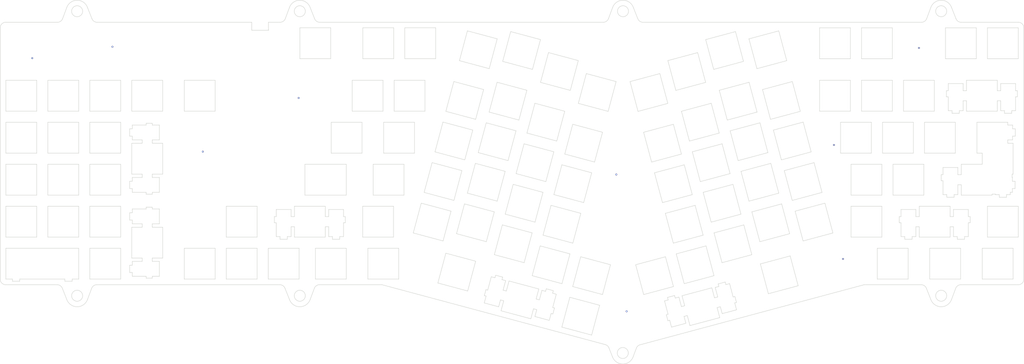
<source format=kicad_pcb>
(kicad_pcb (version 20171130) (host pcbnew "(5.1.10)-1")

  (general
    (thickness 1.6)
    (drawings 778)
    (tracks 9)
    (zones 0)
    (modules 0)
    (nets 1)
  )

  (page A4)
  (layers
    (0 F.Cu signal)
    (31 B.Cu signal)
    (32 B.Adhes user)
    (33 F.Adhes user)
    (34 B.Paste user)
    (35 F.Paste user)
    (36 B.SilkS user)
    (37 F.SilkS user)
    (38 B.Mask user)
    (39 F.Mask user)
    (40 Dwgs.User user)
    (41 Cmts.User user)
    (42 Eco1.User user)
    (43 Eco2.User user)
    (44 Edge.Cuts user)
    (45 Margin user)
    (46 B.CrtYd user)
    (47 F.CrtYd user)
    (48 B.Fab user)
    (49 F.Fab user)
  )

  (setup
    (last_trace_width 0.25)
    (trace_clearance 0.2)
    (zone_clearance 0.508)
    (zone_45_only no)
    (trace_min 0.2)
    (via_size 0.8)
    (via_drill 0.4)
    (via_min_size 0.4)
    (via_min_drill 0.3)
    (uvia_size 0.3)
    (uvia_drill 0.1)
    (uvias_allowed no)
    (uvia_min_size 0.2)
    (uvia_min_drill 0.1)
    (edge_width 0.05)
    (segment_width 0.2)
    (pcb_text_width 0.3)
    (pcb_text_size 1.5 1.5)
    (mod_edge_width 0.12)
    (mod_text_size 1 1)
    (mod_text_width 0.15)
    (pad_size 1.524 1.524)
    (pad_drill 0.762)
    (pad_to_mask_clearance 0)
    (aux_axis_origin 0 0)
    (visible_elements 7FFFFFFF)
    (pcbplotparams
      (layerselection 0x011fc_ffffffff)
      (usegerberextensions false)
      (usegerberattributes true)
      (usegerberadvancedattributes true)
      (creategerberjobfile true)
      (excludeedgelayer true)
      (linewidth 0.100000)
      (plotframeref false)
      (viasonmask false)
      (mode 1)
      (useauxorigin false)
      (hpglpennumber 1)
      (hpglpenspeed 20)
      (hpglpendiameter 15.000000)
      (psnegative false)
      (psa4output false)
      (plotreference true)
      (plotvalue true)
      (plotinvisibletext false)
      (padsonsilk false)
      (subtractmaskfromsilk false)
      (outputformat 1)
      (mirror false)
      (drillshape 0)
      (scaleselection 1)
      (outputdirectory "D:/Basketweave-probably/Test/My-Keyboard/HSC_Alice/Plate/HSC_Alice_plate/Plate Gerber/"))
  )

  (net 0 "")

  (net_class Default "This is the default net class."
    (clearance 0.2)
    (trace_width 0.25)
    (via_dia 0.8)
    (via_drill 0.4)
    (uvia_dia 0.3)
    (uvia_drill 0.1)
  )

  (gr_line (start 375.474599 105.0798) (end 375.474599 104.6226) (layer Edge.Cuts) (width 0.2))
  (gr_line (start 199.900862 172.927359) (end 98.5716 145.7548) (layer Edge.Cuts) (width 0.2))
  (gr_line (start 212.589041 178.403575) (end 214.02875 174.54655) (layer Edge.Cuts) (width 0.2))
  (gr_line (start 156.229624 144.067325) (end 169.752157 147.69104) (layer Edge.Cuts) (width 0.2))
  (gr_line (start 361.438241 26.628339) (end 387.386614 26.6237) (layer Edge.Cuts) (width 0.2))
  (gr_arc (start -48.851787 148.2548) (end -46.527893 147.333109) (angle -68.36599315) (layer Edge.Cuts) (width 0.2))
  (gr_arc (start 70.21262 148.2548) (end 70.21262 145.7548) (angle -69.53095342) (layer Edge.Cuts) (width 0.2))
  (gr_line (start 203.241074 19.961673) (end 201.359445 25.002618) (layer Edge.Cuts) (width 0.2))
  (gr_line (start 317.3736 145.7548) (end 343.325087 145.7548) (layer Edge.Cuts) (width 0.2))
  (gr_line (start 357.096125 152.413951) (end 358.974939 147.380546) (layer Edge.Cuts) (width 0.2))
  (gr_circle (center 352.380099 21.623492) (end 354.880099 21.623492) (layer Edge.Cuts) (width 0.2))
  (gr_line (start -35.078437 152.419782) (end -33.197446 147.380546) (layer Edge.Cuts) (width 0.2))
  (gr_line (start 47.049621 26.628365) (end 52.334283 26.628365) (layer Edge.Cuts) (width 0.2))
  (gr_line (start 347.664074 19.962423) (end 345.782725 25.002618) (layer Edge.Cuts) (width 0.2))
  (gr_line (start 212.673484 19.962694) (end 214.691207 25.050056) (layer Edge.Cuts) (width 0.2))
  (gr_arc (start 361.317092 148.2548) (end 361.317092 145.7548) (angle -69.53095342) (layer Edge.Cuts) (width 0.2))
  (gr_arc (start 361.437794 24.128339) (end 359.113899 25.05003) (angle -68.37623645) (layer Edge.Cuts) (width 0.2))
  (gr_line (start 39.48362 26.628469) (end -30.738833 26.628469) (layer Edge.Cuts) (width 0.2))
  (gr_line (start 56.557065 152.418761) (end 54.540021 147.333109) (layer Edge.Cuts) (width 0.2))
  (gr_arc (start 207.957099 21.626656) (end 212.673484 19.962694) (angle -141.121457) (layer Edge.Cuts) (width 0.2))
  (gr_line (start -72.203435 26.63) (end -48.732608 26.63) (layer Edge.Cuts) (width 0.2))
  (gr_line (start 347.663714 152.41293) (end 345.648982 147.333109) (layer Edge.Cuts) (width 0.2))
  (gr_line (start 357.096484 19.963443) (end 359.113899 25.05003) (layer Edge.Cuts) (width 0.2))
  (gr_arc (start 352.380099 21.627405) (end 357.096484 19.963443) (angle -141.121457) (layer Edge.Cuts) (width 0.2))
  (gr_arc (start 343.325087 148.2548) (end 345.648982 147.333109) (angle -68.36599315) (layer Edge.Cuts) (width 0.2))
  (gr_arc (start 61.273451 150.7548) (end 56.557065 152.418761) (angle -141.121457) (layer Edge.Cuts) (width 0.2))
  (gr_line (start 65.988203 19.968781) (end 68.003512 25.050056) (layer Edge.Cuts) (width 0.2))
  (gr_arc (start -39.794462 150.7548) (end -44.510848 152.418761) (angle -141.121457) (layer Edge.Cuts) (width 0.2))
  (gr_arc (start 52.334283 24.128365) (end 52.334283 26.628365) (angle -69.53095342) (layer Edge.Cuts) (width 0.2))
  (gr_line (start 203.156631 178.402554) (end 201.577232 174.420355) (layer Edge.Cuts) (width 0.2))
  (gr_arc (start 343.440572 24.128365) (end 343.440572 26.628365) (angle -69.53095342) (layer Edge.Cuts) (width 0.2))
  (gr_arc (start 207.873016 176.738592) (end 203.156631 178.402554) (angle -141.121457) (layer Edge.Cuts) (width 0.2))
  (gr_line (start -35.078077 19.968781) (end -33.062727 25.05016) (layer Edge.Cuts) (width 0.2))
  (gr_line (start 387.3866 145.7548) (end 361.317092 145.7548) (layer Edge.Cuts) (width 0.2))
  (gr_line (start 56.555793 19.96776) (end 54.676436 25.002618) (layer Edge.Cuts) (width 0.2))
  (gr_arc (start 217.015101 24.128365) (end 214.691207 25.050056) (angle -68.36599315) (layer Edge.Cuts) (width 0.2))
  (gr_circle (center 207.873016 176.738592) (end 210.373016 176.738592) (layer Edge.Cuts) (width 0.2))
  (gr_arc (start 199.017292 24.128365) (end 199.017292 26.628365) (angle -69.53095342) (layer Edge.Cuts) (width 0.2))
  (gr_arc (start 61.271818 21.632743) (end 65.988203 19.968781) (angle -141.121457) (layer Edge.Cuts) (width 0.2))
  (gr_line (start -44.510848 152.418761) (end -46.527893 147.333109) (layer Edge.Cuts) (width 0.2))
  (gr_arc (start -30.855293 148.2548) (end -30.855293 145.7548) (angle -69.53095342) (layer Edge.Cuts) (width 0.2))
  (gr_arc (start 52.216126 148.2548) (end 54.540021 147.333109) (angle -68.36599315) (layer Edge.Cuts) (width 0.2))
  (gr_arc (start 199.253337 175.342046) (end 201.577232 174.420355) (angle -53.35466903) (layer Edge.Cuts) (width 0.2))
  (gr_arc (start 70.327406 24.128365) (end 68.003512 25.050056) (angle -68.36599315) (layer Edge.Cuts) (width 0.2))
  (gr_circle (center 352.3801 150.748968) (end 354.8801 150.748968) (layer Edge.Cuts) (width 0.2))
  (gr_arc (start 216.370903 175.420803) (end 215.72354 173.006073) (angle -54.52347446) (layer Edge.Cuts) (width 0.2))
  (gr_line (start -44.510488 19.96776) (end -46.390454 25.004253) (layer Edge.Cuts) (width 0.2))
  (gr_arc (start 352.3801 150.748968) (end 347.663714 152.41293) (angle -141.121457) (layer Edge.Cuts) (width 0.2))
  (gr_arc (start -39.794462 21.632743) (end -35.078077 19.968781) (angle -141.121457) (layer Edge.Cuts) (width 0.2))
  (gr_line (start 65.989476 152.419782) (end 67.870467 147.380546) (layer Edge.Cuts) (width 0.2))
  (gr_arc (start -48.732608 24.13) (end -48.732608 26.63) (angle -69.53095342) (layer Edge.Cuts) (width 0.2))
  (gr_arc (start -30.738833 24.128469) (end -33.062727 25.05016) (angle -68.36599315) (layer Edge.Cuts) (width 0.2))
  (gr_line (start 70.327406 26.628365) (end 199.017292 26.628365) (layer Edge.Cuts) (width 0.2))
  (gr_line (start 217.015101 26.628365) (end 343.440572 26.628365) (layer Edge.Cuts) (width 0.2))
  (gr_line (start 76.08975 125.099549) (end 79.390249 125.099549) (layer Edge.Cuts) (width 0.2))
  (gr_line (start 58.84095 114.830549) (end 57.31555 114.830549) (layer Edge.Cuts) (width 0.2))
  (gr_line (start 55.59015 123.900849) (end 57.31555 123.900849) (layer Edge.Cuts) (width 0.2))
  (gr_line (start 74.36605 111.600549) (end 74.36605 114.830549) (layer Edge.Cuts) (width 0.2))
  (gr_circle (center 207.957099 21.622742) (end 210.457099 21.622742) (layer Edge.Cuts) (width 0.2))
  (gr_circle (center 61.271818 21.628829) (end 63.771818 21.628829) (layer Edge.Cuts) (width 0.2))
  (gr_circle (center -39.794462 21.628829) (end -37.294462 21.628829) (layer Edge.Cuts) (width 0.2))
  (gr_line (start 58.84095 119.430449) (end 58.84095 124.129449) (layer Edge.Cuts) (width 0.2))
  (gr_arc (start 387.3866 143.2548) (end 387.3866 145.7548) (angle -90) (layer Edge.Cuts) (width 0.2))
  (gr_line (start -30.855293 145.7548) (end 52.216126 145.7548) (layer Edge.Cuts) (width 0.2))
  (gr_line (start 385.979211 78.308806) (end 385.989893 75.008323) (layer Edge.Cuts) (width 0.2))
  (gr_line (start -72.2034 145.7548) (end -48.851787 145.7548) (layer Edge.Cuts) (width 0.2))
  (gr_line (start 79.39025 123.900849) (end 81.115349 123.900849) (layer Edge.Cuts) (width 0.2))
  (gr_line (start 49.74035 114.830549) (end 49.740349 117.63055) (layer Edge.Cuts) (width 0.2))
  (gr_line (start 72.84025 110.130149) (end 58.8406 110.129799) (layer Edge.Cuts) (width 0.2))
  (gr_line (start 383.749349 103.8084) (end 384.697913 103.828693) (layer Edge.Cuts) (width 0.2))
  (gr_line (start 52.28955 125.099549) (end 55.59015 125.099549) (layer Edge.Cuts) (width 0.2))
  (gr_line (start 385.989893 75.008323) (end 384.791199 75.004444) (layer Edge.Cuts) (width 0.2))
  (gr_arc (start -72.2034 143.2548) (end -74.7034 143.2548) (angle -90) (layer Edge.Cuts) (width 0.2))
  (gr_line (start 72.84025 124.129449) (end 72.84025 119.43045) (layer Edge.Cuts) (width 0.2))
  (gr_line (start 72.84025 119.43045) (end 74.36605 119.43045) (layer Edge.Cuts) (width 0.2))
  (gr_line (start 57.31555 114.830549) (end 57.31555 111.600549) (layer Edge.Cuts) (width 0.2))
  (gr_line (start 72.84025 114.830549) (end 72.84025 110.13015) (layer Edge.Cuts) (width 0.2))
  (gr_line (start 50.56585 114.830549) (end 49.74035 114.830549) (layer Edge.Cuts) (width 0.2))
  (gr_line (start 375.474599 104.6226) (end 376.997461 104.629276) (layer Edge.Cuts) (width 0.2))
  (gr_circle (center -39.794462 150.7548) (end -37.294462 150.7548) (layer Edge.Cuts) (width 0.2))
  (gr_line (start 384.703491 102.105002) (end 385.902185 102.108881) (layer Edge.Cuts) (width 0.2))
  (gr_line (start 384.697913 103.828693) (end 384.703491 102.105002) (layer Edge.Cuts) (width 0.2))
  (gr_line (start 81.93945 117.63055) (end 81.93945 114.830549) (layer Edge.Cuts) (width 0.2))
  (gr_line (start 58.84095 110.13015) (end 58.84095 114.830549) (layer Edge.Cuts) (width 0.2))
  (gr_line (start 384.791199 75.004444) (end 384.796757 73.287099) (layer Edge.Cuts) (width 0.2))
  (gr_line (start 79.390249 125.099549) (end 79.39025 123.900849) (layer Edge.Cuts) (width 0.2))
  (gr_line (start 74.36605 119.43045) (end 74.36605 123.900849) (layer Edge.Cuts) (width 0.2))
  (gr_line (start 384.780517 78.304927) (end 385.979211 78.308806) (layer Edge.Cuts) (width 0.2))
  (gr_line (start 384.719757 97.079028) (end 384.569249 97.078541) (layer Edge.Cuts) (width 0.2))
  (gr_line (start 385.912867 98.808299) (end 384.714173 98.804419) (layer Edge.Cuts) (width 0.2))
  (gr_line (start 57.31555 123.900849) (end 57.31555 119.43045) (layer Edge.Cuts) (width 0.2))
  (gr_line (start 385.902185 102.108881) (end 385.912867 98.808299) (layer Edge.Cuts) (width 0.2))
  (gr_line (start 81.11535 114.830549) (end 81.115349 111.600549) (layer Edge.Cuts) (width 0.2))
  (gr_line (start 72.84025 124.129449) (end 58.84065 124.129449) (layer Edge.Cuts) (width 0.2))
  (gr_line (start 81.93945 114.830549) (end 81.11535 114.830549) (layer Edge.Cuts) (width 0.2))
  (gr_line (start 81.115349 117.63055) (end 81.93945 117.63055) (layer Edge.Cuts) (width 0.2))
  (gr_circle (center 61.273451 150.7548) (end 63.773451 150.7548) (layer Edge.Cuts) (width 0.2))
  (gr_line (start 55.59015 125.099549) (end 55.59015 123.900849) (layer Edge.Cuts) (width 0.2))
  (gr_line (start 50.565849 111.600549) (end 50.56585 114.830549) (layer Edge.Cuts) (width 0.2))
  (gr_line (start 74.36605 114.830549) (end 72.84025 114.830549) (layer Edge.Cuts) (width 0.2))
  (gr_line (start 74.36605 123.900849) (end 76.08975 123.900849) (layer Edge.Cuts) (width 0.2))
  (gr_arc (start 387.3866 29.1237) (end 389.8866 29.1237) (angle -89.99965964) (layer Edge.Cuts) (width 0.2))
  (gr_arc (start -72.2034 29.13) (end -72.203435 26.63) (angle -89.99921451) (layer Edge.Cuts) (width 0.2))
  (gr_line (start 98.5716 145.7548) (end 70.21262 145.7548) (layer Edge.Cuts) (width 0.2))
  (gr_line (start 384.774939 80.028618) (end 384.780517 78.304927) (layer Edge.Cuts) (width 0.2))
  (gr_line (start 81.115349 111.600549) (end 74.36605 111.600549) (layer Edge.Cuts) (width 0.2))
  (gr_line (start 384.9986 81.55515) (end 382.6186 81.55515) (layer Edge.Cuts) (width 0.2))
  (gr_line (start 384.714173 98.804419) (end 384.719757 97.079028) (layer Edge.Cuts) (width 0.2))
  (gr_line (start 57.31555 119.43045) (end 58.84095 119.430449) (layer Edge.Cuts) (width 0.2))
  (gr_line (start 57.31555 111.600549) (end 50.565849 111.600549) (layer Edge.Cuts) (width 0.2))
  (gr_line (start 81.115349 123.900849) (end 81.115349 117.63055) (layer Edge.Cuts) (width 0.2))
  (gr_line (start 52.28955 123.900849) (end 52.28955 125.099549) (layer Edge.Cuts) (width 0.2))
  (gr_line (start 76.08975 123.900849) (end 76.08975 125.099549) (layer Edge.Cuts) (width 0.2))
  (gr_line (start 317.3736 145.7548) (end 215.72354 173.006073) (layer Edge.Cuts) (width 0.2))
  (gr_line (start 49.740349 117.63055) (end 50.565849 117.63055) (layer Edge.Cuts) (width 0.2))
  (gr_line (start 50.565849 117.63055) (end 50.565849 123.900849) (layer Edge.Cuts) (width 0.2))
  (gr_line (start 50.565849 123.900849) (end 52.28955 123.900849) (layer Edge.Cuts) (width 0.2))
  (gr_line (start 361.474949 95.78055) (end 359.949549 95.78055) (layer Edge.Cuts) (width 0.2))
  (gr_line (start 384.569249 97.078541) (end 384.573449 95.5548) (layer Edge.Cuts) (width 0.2))
  (gr_line (start 379.382199 57.681049) (end 377.856399 57.681049) (layer Edge.Cuts) (width 0.2))
  (gr_line (start 379.382199 66.751349) (end 381.105899 66.75135) (layer Edge.Cuts) (width 0.2))
  (gr_line (start 377.856399 62.28095) (end 379.382199 62.28095) (layer Edge.Cuts) (width 0.2))
  (gr_line (start 377.856749 52.9803) (end 363.856749 52.9803) (layer Edge.Cuts) (width 0.2))
  (gr_line (start 386.131499 60.48105) (end 386.955599 60.48105) (layer Edge.Cuts) (width 0.2))
  (gr_line (start 378.723749 106.049549) (end 382.024249 106.04955) (layer Edge.Cuts) (width 0.2))
  (gr_line (start 386.131499 57.681049) (end 386.131499 54.45105) (layer Edge.Cuts) (width 0.2))
  (gr_line (start 386.955599 57.681049) (end 386.131499 57.681049) (layer Edge.Cuts) (width 0.2))
  (gr_line (start 386.955599 60.48105) (end 386.955599 57.681049) (layer Edge.Cuts) (width 0.2))
  (gr_line (start 384.406399 66.75135) (end 386.131499 66.751349) (layer Edge.Cuts) (width 0.2))
  (gr_line (start 363.857099 62.28095) (end 363.857099 66.979949) (layer Edge.Cuts) (width 0.2))
  (gr_line (start 360.606299 66.75135) (end 362.331699 66.75135) (layer Edge.Cuts) (width 0.2))
  (gr_line (start 357.305699 67.95005) (end 360.606299 67.95005) (layer Edge.Cuts) (width 0.2))
  (gr_line (start 354.756499 60.48105) (end 355.581999 60.48105) (layer Edge.Cuts) (width 0.2))
  (gr_line (start 359.949549 95.78055) (end 359.949549 92.55055) (layer Edge.Cuts) (width 0.2))
  (gr_line (start 353.199849 95.78055) (end 352.374349 95.78055) (layer Edge.Cuts) (width 0.2))
  (gr_line (start 379.382199 54.45105) (end 379.382199 57.681049) (layer Edge.Cuts) (width 0.2))
  (gr_line (start 353.199849 92.55055) (end 353.199849 95.78055) (layer Edge.Cuts) (width 0.2))
  (gr_line (start 362.331699 62.28095) (end 363.857099 62.28095) (layer Edge.Cuts) (width 0.2))
  (gr_line (start 357.305699 66.75135) (end 357.305699 67.95005) (layer Edge.Cuts) (width 0.2))
  (gr_line (start 378.723749 104.85085) (end 378.723749 106.049549) (layer Edge.Cuts) (width 0.2))
  (gr_line (start 381.105899 66.75135) (end 381.105899 67.950049) (layer Edge.Cuts) (width 0.2))
  (gr_line (start 377.856399 57.681049) (end 377.8564 52.98065) (layer Edge.Cuts) (width 0.2))
  (gr_line (start 384.573449 95.5548) (end 385.0002 95.55445) (layer Edge.Cuts) (width 0.2))
  (gr_line (start 382.024249 106.04955) (end 382.024249 104.85085) (layer Edge.Cuts) (width 0.2))
  (gr_line (start 362.331699 66.75135) (end 362.331699 62.28095) (layer Edge.Cuts) (width 0.2))
  (gr_line (start 389.8866 29.1237) (end 389.8866 143.2548) (layer Edge.Cuts) (width 0.2))
  (gr_line (start 382.6186 72.0298) (end 382.6186 73.28005) (layer Edge.Cuts) (width 0.2))
  (gr_line (start -74.7034 143.2548) (end -74.7034 29.13) (layer Edge.Cuts) (width 0.2))
  (gr_line (start 386.131499 66.751349) (end 386.131499 60.48105) (layer Edge.Cuts) (width 0.2))
  (gr_line (start 379.382199 62.28095) (end 379.382199 66.751349) (layer Edge.Cuts) (width 0.2))
  (gr_line (start 377.8564 66.979949) (end 377.856399 62.28095) (layer Edge.Cuts) (width 0.2))
  (gr_line (start 354.756499 57.681049) (end 354.756499 60.48105) (layer Edge.Cuts) (width 0.2))
  (gr_line (start 355.581999 57.681049) (end 354.756499 57.681049) (layer Edge.Cuts) (width 0.2))
  (gr_line (start 355.581999 54.45105) (end 355.581999 57.681049) (layer Edge.Cuts) (width 0.2))
  (gr_line (start 384.796757 73.287099) (end 382.6186 73.28005) (layer Edge.Cuts) (width 0.2))
  (gr_line (start 361.474949 91.08015) (end 361.474949 95.78055) (layer Edge.Cuts) (width 0.2))
  (gr_line (start 382.024249 104.85085) (end 383.749349 104.85085) (layer Edge.Cuts) (width 0.2))
  (gr_line (start 363.857099 52.98065) (end 363.857099 57.681049) (layer Edge.Cuts) (width 0.2))
  (gr_line (start 381.105899 67.950049) (end 384.406399 67.95005) (layer Edge.Cuts) (width 0.2))
  (gr_line (start 360.606299 67.95005) (end 360.606299 66.75135) (layer Edge.Cuts) (width 0.2))
  (gr_line (start 382.6186 80.02975) (end 384.774939 80.028618) (layer Edge.Cuts) (width 0.2))
  (gr_line (start 352.374349 95.78055) (end 352.374349 98.58055) (layer Edge.Cuts) (width 0.2))
  (gr_line (start 359.949549 92.55055) (end 353.199849 92.55055) (layer Edge.Cuts) (width 0.2))
  (gr_line (start 362.331699 54.45105) (end 355.581999 54.45105) (layer Edge.Cuts) (width 0.2))
  (gr_line (start 355.581999 66.75135) (end 357.305699 66.75135) (layer Edge.Cuts) (width 0.2))
  (gr_line (start 355.581999 60.48105) (end 355.581999 66.75135) (layer Edge.Cuts) (width 0.2))
  (gr_line (start 362.331699 57.681049) (end 362.331699 54.45105) (layer Edge.Cuts) (width 0.2))
  (gr_line (start 363.857099 57.681049) (end 362.331699 57.681049) (layer Edge.Cuts) (width 0.2))
  (gr_line (start 386.131499 54.45105) (end 379.382199 54.45105) (layer Edge.Cuts) (width 0.2))
  (gr_line (start 384.406399 67.95005) (end 384.406399 66.75135) (layer Edge.Cuts) (width 0.2))
  (gr_line (start 383.749349 104.85085) (end 383.749349 103.8084) (layer Edge.Cuts) (width 0.2))
  (gr_line (start 334.149849 117.63055) (end 334.149849 123.90085) (layer Edge.Cuts) (width 0.2))
  (gr_line (start 237.142815 159.745517) (end 238.352076 164.287702) (layer Edge.Cuts) (width 0.2))
  (gr_line (start 229.977228 164.995712) (end 236.499348 163.259334) (layer Edge.Cuts) (width 0.2))
  (gr_line (start 356.42425 110.13015) (end 342.424949 110.13015) (layer Edge.Cuts) (width 0.2))
  (gr_line (start 228.349892 162.086447) (end 229.146253 161.874433) (layer Edge.Cuts) (width 0.2))
  (gr_line (start 339.174149 125.099549) (end 339.174149 123.900849) (layer Edge.Cuts) (width 0.2))
  (gr_line (start 335.873549 123.900849) (end 335.873549 125.09955) (layer Edge.Cuts) (width 0.2))
  (gr_line (start 340.899549 123.90085) (end 340.899549 119.43045) (layer Edge.Cuts) (width 0.2))
  (gr_line (start 252.975931 158.872791) (end 259.498437 157.136311) (layer Edge.Cuts) (width 0.2))
  (gr_line (start 251.880162 160.686134) (end 250.6709 156.143948) (layer Edge.Cuts) (width 0.2))
  (gr_line (start 357.950049 123.900849) (end 359.673749 123.90085) (layer Edge.Cuts) (width 0.2))
  (gr_line (start 258.667462 154.015032) (end 259.465176 153.802657) (layer Edge.Cuts) (width 0.2))
  (gr_line (start 334.149849 111.60055) (end 334.149849 114.830549) (layer Edge.Cuts) (width 0.2))
  (gr_line (start 365.523449 117.63055) (end 365.523449 114.830549) (layer Edge.Cuts) (width 0.2))
  (gr_line (start 250.6709 156.143948) (end 252.144956 155.751512) (layer Edge.Cuts) (width 0.2))
  (gr_line (start 377.000049 104.85085) (end 378.723749 104.85085) (layer Edge.Cuts) (width 0.2))
  (gr_line (start 376.997461 104.629276) (end 377.000049 104.85085) (layer Edge.Cuts) (width 0.2))
  (gr_line (start 356.42425 124.129449) (end 356.424249 119.43045) (layer Edge.Cuts) (width 0.2))
  (gr_line (start 259.465176 153.802657) (end 258.744826 151.096905) (layer Edge.Cuts) (width 0.2))
  (gr_line (start 361.474949 100.38045) (end 361.47495 105.07945) (layer Edge.Cuts) (width 0.2))
  (gr_line (start 357.950049 119.43045) (end 357.950049 123.900849) (layer Edge.Cuts) (width 0.2))
  (gr_line (start 359.949549 100.38045) (end 361.474949 100.38045) (layer Edge.Cuts) (width 0.2))
  (gr_line (start 356.424249 114.830549) (end 356.42425 110.13015) (layer Edge.Cuts) (width 0.2))
  (gr_line (start 252.144956 155.751512) (end 252.975931 158.872791) (layer Edge.Cuts) (width 0.2))
  (gr_line (start 229.146253 161.874433) (end 229.977228 164.995712) (layer Edge.Cuts) (width 0.2))
  (gr_line (start 358.224149 106.04955) (end 358.224149 104.85085) (layer Edge.Cuts) (width 0.2))
  (gr_line (start 235.668373 160.138056) (end 237.142815 159.745517) (layer Edge.Cuts) (width 0.2))
  (gr_line (start 359.949549 104.85085) (end 359.949549 100.38045) (layer Edge.Cuts) (width 0.2))
  (gr_line (start 358.224149 104.85085) (end 359.949549 104.85085) (layer Edge.Cuts) (width 0.2))
  (gr_line (start 354.923549 106.04955) (end 358.224149 106.04955) (layer Edge.Cuts) (width 0.2))
  (gr_line (start 356.42425 124.129449) (end 342.424649 124.129449) (layer Edge.Cuts) (width 0.2))
  (gr_line (start 234.750508 150.759616) (end 248.278593 147.158048) (layer Edge.Cuts) (width 0.2))
  (gr_line (start 354.923549 104.85085) (end 354.923549 106.04955) (layer Edge.Cuts) (width 0.2))
  (gr_line (start 340.899549 111.60055) (end 334.149849 111.60055) (layer Edge.Cuts) (width 0.2))
  (gr_line (start 353.199849 104.85085) (end 354.923549 104.85085) (layer Edge.Cuts) (width 0.2))
  (gr_line (start 353.199849 98.58055) (end 353.199849 104.85085) (layer Edge.Cuts) (width 0.2))
  (gr_line (start 359.673749 125.099549) (end 362.974249 125.099549) (layer Edge.Cuts) (width 0.2))
  (gr_line (start 362.974249 123.900849) (end 364.699349 123.900849) (layer Edge.Cuts) (width 0.2))
  (gr_line (start 364.699349 123.900849) (end 364.699349 117.63055) (layer Edge.Cuts) (width 0.2))
  (gr_line (start 364.699349 111.60055) (end 357.950049 111.600549) (layer Edge.Cuts) (width 0.2))
  (gr_line (start 357.950049 114.830549) (end 356.424249 114.830549) (layer Edge.Cuts) (width 0.2))
  (gr_line (start 357.950049 111.600549) (end 357.950049 114.830549) (layer Edge.Cuts) (width 0.2))
  (gr_line (start 340.899549 119.43045) (end 342.424949 119.43045) (layer Edge.Cuts) (width 0.2))
  (gr_line (start 352.374349 98.58055) (end 353.199849 98.58055) (layer Edge.Cuts) (width 0.2))
  (gr_line (start 333.32435 114.830549) (end 333.324349 117.63055) (layer Edge.Cuts) (width 0.2))
  (gr_line (start 334.149849 114.830549) (end 333.32435 114.830549) (layer Edge.Cuts) (width 0.2))
  (gr_line (start 342.424949 110.13015) (end 342.424949 114.830549) (layer Edge.Cuts) (width 0.2))
  (gr_line (start 238.352076 164.287702) (end 251.880162 160.686134) (layer Edge.Cuts) (width 0.2))
  (gr_line (start 236.499348 163.259334) (end 235.668373 160.138056) (layer Edge.Cuts) (width 0.2))
  (gr_line (start 364.699349 117.63055) (end 365.523449 117.63055) (layer Edge.Cuts) (width 0.2))
  (gr_line (start 340.899549 114.830549) (end 340.899549 111.60055) (layer Edge.Cuts) (width 0.2))
  (gr_line (start 259.498437 157.136311) (end 258.667462 154.015032) (layer Edge.Cuts) (width 0.2))
  (gr_line (start 362.974249 125.099549) (end 362.974249 123.900849) (layer Edge.Cuts) (width 0.2))
  (gr_line (start 365.523449 114.830549) (end 364.699349 114.830549) (layer Edge.Cuts) (width 0.2))
  (gr_line (start 359.673749 123.90085) (end 359.673749 125.099549) (layer Edge.Cuts) (width 0.2))
  (gr_line (start 364.699349 114.830549) (end 364.699349 111.60055) (layer Edge.Cuts) (width 0.2))
  (gr_line (start 333.324349 117.63055) (end 334.149849 117.63055) (layer Edge.Cuts) (width 0.2))
  (gr_line (start 342.424949 114.830549) (end 340.899549 114.830549) (layer Edge.Cuts) (width 0.2))
  (gr_line (start 356.424249 119.43045) (end 357.950049 119.43045) (layer Edge.Cuts) (width 0.2))
  (gr_line (start 335.873549 125.09955) (end 339.174149 125.099549) (layer Edge.Cuts) (width 0.2))
  (gr_line (start 342.424949 119.43045) (end 342.42495 124.129449) (layer Edge.Cuts) (width 0.2))
  (gr_line (start 339.174149 123.900849) (end 340.899549 123.90085) (layer Edge.Cuts) (width 0.2))
  (gr_line (start 334.149849 123.90085) (end 335.873549 123.900849) (layer Edge.Cuts) (width 0.2))
  (gr_line (start 155.013681 148.60664) (end 153.539872 148.211733) (layer Edge.Cuts) (width 0.2))
  (gr_line (start 153.539872 148.211733) (end 154.696896 143.893659) (layer Edge.Cuts) (width 0.2))
  (gr_line (start 176.021158 149.607477) (end 176.331404 148.449622) (layer Edge.Cuts) (width 0.2))
  (gr_line (start 254.359899 144.535137) (end 251.170397 145.384275) (layer Edge.Cuts) (width 0.2))
  (gr_line (start 177.686124 150.053604) (end 176.021158 149.607477) (layer Edge.Cuts) (width 0.2))
  (gr_line (start 153.342176 142.289677) (end 150.154138 141.435445) (layer Edge.Cuts) (width 0.2))
  (gr_line (start 154.696896 143.893659) (end 153.03193 143.447532) (layer Edge.Cuts) (width 0.2))
  (gr_line (start 227.629543 159.380695) (end 228.349892 162.086447) (layer Edge.Cuts) (width 0.2))
  (gr_line (start 172.833023 148.753219) (end 171.166415 148.306653) (layer Edge.Cuts) (width 0.2))
  (gr_line (start 149.843892 142.5933) (end 148.177573 142.146811) (layer Edge.Cuts) (width 0.2))
  (gr_line (start 228.425903 159.16868) (end 227.629543 159.380695) (layer Edge.Cuts) (width 0.2))
  (gr_line (start 144.994021 154.027989) (end 151.513344 155.774836) (layer Edge.Cuts) (width 0.2))
  (gr_line (start 226.812758 153.109438) (end 228.425903 159.16868) (layer Edge.Cuts) (width 0.2))
  (gr_line (start 249.487495 151.69888) (end 248.278593 147.158048) (layer Edge.Cuts) (width 0.2))
  (gr_line (start 174.502572 161.934781) (end 175.338558 158.814841) (layer Edge.Cuts) (width 0.2))
  (gr_line (start -45.3541 144.15035) (end -42.0536 144.15035) (layer Edge.Cuts) (width 0.2))
  (gr_line (start 145.75868 147.990163) (end 145.033987 150.694756) (layer Edge.Cuts) (width 0.2))
  (gr_line (start -65.8537 144.15035) (end -65.8537 143.1798) (layer Edge.Cuts) (width 0.2))
  (gr_line (start 228.479791 152.665625) (end 226.812758 153.109438) (layer Edge.Cuts) (width 0.2))
  (gr_line (start 228.171404 151.507273) (end 228.479791 152.665625) (layer Edge.Cuts) (width 0.2))
  (gr_line (start 145.830007 150.908048) (end 144.994021 154.027989) (layer Edge.Cuts) (width 0.2))
  (gr_line (start 254.668286 145.693489) (end 254.359899 144.535137) (layer Edge.Cuts) (width 0.2))
  (gr_line (start 171.166415 148.306653) (end 170.00939 152.624728) (layer Edge.Cuts) (width 0.2))
  (gr_line (start 170.00939 152.624728) (end 168.535967 152.229925) (layer Edge.Cuts) (width 0.2))
  (gr_line (start 231.36081 150.658161) (end 228.171404 151.507273) (layer Edge.Cuts) (width 0.2))
  (gr_line (start 231.669197 151.816513) (end 231.36081 150.658161) (layer Edge.Cuts) (width 0.2))
  (gr_line (start 233.334877 151.373061) (end 231.669197 151.816513) (layer Edge.Cuts) (width 0.2))
  (gr_line (start 234.484967 155.692988) (end 233.334877 151.373061) (layer Edge.Cuts) (width 0.2))
  (gr_line (start 235.959409 155.300448) (end 234.484967 155.692988) (layer Edge.Cuts) (width 0.2))
  (gr_line (start 234.750508 150.759616) (end 235.959409 155.300448) (layer Edge.Cuts) (width 0.2))
  (gr_line (start 250.96155 151.306444) (end 249.487495 151.69888) (layer Edge.Cuts) (width 0.2))
  (gr_line (start 258.744826 151.096905) (end 257.947112 151.309279) (layer Edge.Cuts) (width 0.2))
  (gr_line (start 168.818848 157.06789) (end 167.982863 160.18783) (layer Edge.Cuts) (width 0.2))
  (gr_line (start 167.345763 156.673178) (end 168.818848 157.06789) (layer Edge.Cuts) (width 0.2))
  (gr_line (start 168.535967 152.229925) (end 169.752157 147.69104) (layer Edge.Cuts) (width 0.2))
  (gr_line (start -45.3541 143.1798) (end -45.3541 144.15035) (layer Edge.Cuts) (width 0.2))
  (gr_line (start -5.679151 110.55455) (end -8.479151 110.55455) (layer Edge.Cuts) (width 0.2))
  (gr_line (start 152.34933 152.654896) (end 153.823139 153.049802) (layer Edge.Cuts) (width 0.2))
  (gr_line (start 176.860623 156.323904) (end 176.063251 156.110248) (layer Edge.Cuts) (width 0.2))
  (gr_line (start -69.1543 144.15035) (end -65.8537 144.15035) (layer Edge.Cuts) (width 0.2))
  (gr_line (start 176.331404 148.449622) (end 173.143269 147.595364) (layer Edge.Cuts) (width 0.2))
  (gr_line (start 256.333966 145.250037) (end 254.668286 145.693489) (layer Edge.Cuts) (width 0.2))
  (gr_line (start 257.947112 151.309279) (end 256.333966 145.250037) (layer Edge.Cuts) (width 0.2))
  (gr_line (start 148.177573 142.146811) (end 146.5547 148.203456) (layer Edge.Cuts) (width 0.2))
  (gr_line (start 152.606586 157.59004) (end 166.129119 161.213754) (layer Edge.Cuts) (width 0.2))
  (gr_line (start -69.1543 143.1798) (end -69.1543 144.15035) (layer Edge.Cuts) (width 0.2))
  (gr_line (start -39.0784 129.1798) (end -72.128401 129.1798) (layer Edge.Cuts) (width 0.2))
  (gr_line (start 249.81146 146.986517) (end 250.96155 151.306444) (layer Edge.Cuts) (width 0.2))
  (gr_line (start -42.0536 144.15035) (end -42.0536 143.1798) (layer Edge.Cuts) (width 0.2))
  (gr_line (start 251.170397 145.384275) (end 251.478783 146.542627) (layer Edge.Cuts) (width 0.2))
  (gr_line (start 167.982863 160.18783) (end 174.502572 161.934781) (layer Edge.Cuts) (width 0.2))
  (gr_line (start 176.135929 159.028496) (end 176.860623 156.323904) (layer Edge.Cuts) (width 0.2))
  (gr_line (start 153.823139 153.049802) (end 152.606586 157.59004) (layer Edge.Cuts) (width 0.2))
  (gr_line (start -14.978051 133.65445) (end -14.978051 119.65485) (layer Edge.Cuts) (width 0.2))
  (gr_line (start 175.338558 158.814841) (end 176.135929 159.028496) (layer Edge.Cuts) (width 0.2))
  (gr_line (start 151.513344 155.774836) (end 152.34933 152.654896) (layer Edge.Cuts) (width 0.2))
  (gr_line (start 176.063251 156.110248) (end 177.686124 150.053604) (layer Edge.Cuts) (width 0.2))
  (gr_line (start 251.478783 146.542627) (end 249.81146 146.986517) (layer Edge.Cuts) (width 0.2))
  (gr_line (start 173.143269 147.595364) (end 172.833023 148.753219) (layer Edge.Cuts) (width 0.2))
  (gr_line (start 153.03193 143.447532) (end 153.342176 142.289677) (layer Edge.Cuts) (width 0.2))
  (gr_line (start 145.033987 150.694756) (end 145.830007 150.908048) (layer Edge.Cuts) (width 0.2))
  (gr_line (start 146.5547 148.203456) (end 145.75868 147.990163) (layer Edge.Cuts) (width 0.2))
  (gr_line (start 150.154138 141.435445) (end 149.843892 142.5933) (layer Edge.Cuts) (width 0.2))
  (gr_line (start 41.8846 129.1798) (end 27.8846 129.1798) (layer Edge.Cuts) (width 0.2))
  (gr_line (start 27.8846 143.1798) (end 41.8846 143.1798) (layer Edge.Cuts) (width 0.2))
  (gr_line (start 22.8346 143.1798) (end 22.8346 129.1798) (layer Edge.Cuts) (width 0.2))
  (gr_line (start -34.0284 129.1798) (end -34.0284 143.1798) (layer Edge.Cuts) (width 0.2))
  (gr_line (start 8.8346 129.1798) (end 8.8346 143.1798) (layer Edge.Cuts) (width 0.2))
  (gr_line (start 22.8346 129.1798) (end 8.8346 129.1798) (layer Edge.Cuts) (width 0.2))
  (gr_line (start -58.128401 110.1298) (end -72.128401 110.1298) (layer Edge.Cuts) (width 0.2))
  (gr_line (start 8.8346 143.1798) (end 22.8346 143.1798) (layer Edge.Cuts) (width 0.2))
  (gr_line (start -72.128401 124.1298) (end -58.128401 124.1298) (layer Edge.Cuts) (width 0.2))
  (gr_line (start -20.0284 143.1798) (end -20.0284 129.1798) (layer Edge.Cuts) (width 0.2))
  (gr_line (start -20.0284 129.1798) (end -34.0284 129.1798) (layer Edge.Cuts) (width 0.2))
  (gr_line (start -72.128401 143.1798) (end -69.1543 143.1798) (layer Edge.Cuts) (width 0.2))
  (gr_line (start -34.0284 143.1798) (end -20.0284 143.1798) (layer Edge.Cuts) (width 0.2))
  (gr_line (start -72.128401 110.1298) (end -72.128401 124.1298) (layer Edge.Cuts) (width 0.2))
  (gr_line (start -39.0784 143.1798) (end -39.0784 129.1798) (layer Edge.Cuts) (width 0.2))
  (gr_line (start -42.0536 143.1798) (end -39.0784 143.1798) (layer Edge.Cuts) (width 0.2))
  (gr_line (start -65.8537 143.1798) (end -45.3541 143.1798) (layer Edge.Cuts) (width 0.2))
  (gr_line (start -72.128401 129.1798) (end -72.128401 143.1798) (layer Edge.Cuts) (width 0.2))
  (gr_line (start -58.128401 124.1298) (end -58.128401 110.1298) (layer Edge.Cuts) (width 0.2))
  (gr_line (start -53.0784 52.9795) (end -53.0784 66.979499) (layer Edge.Cuts) (width 0.2))
  (gr_line (start -34.0284 86.0298) (end -20.0284 86.0298) (layer Edge.Cuts) (width 0.2))
  (gr_line (start 8.8346 52.9795) (end 8.8346 66.979499) (layer Edge.Cuts) (width 0.2))
  (gr_line (start -58.128401 66.979499) (end -58.1284 52.979499) (layer Edge.Cuts) (width 0.2))
  (gr_line (start -0.9784 66.979499) (end -0.9784 52.9795) (layer Edge.Cuts) (width 0.2))
  (gr_line (start -39.0784 124.1298) (end -39.0784 110.1298) (layer Edge.Cuts) (width 0.2))
  (gr_line (start -53.0784 110.1298) (end -53.0784 124.1298) (layer Edge.Cuts) (width 0.2))
  (gr_line (start -39.0784 110.1298) (end -53.0784 110.1298) (layer Edge.Cuts) (width 0.2))
  (gr_line (start -53.0784 124.1298) (end -39.0784 124.1298) (layer Edge.Cuts) (width 0.2))
  (gr_line (start -39.0784 86.0298) (end -39.0784 72.0298) (layer Edge.Cuts) (width 0.2))
  (gr_line (start -53.0784 105.0798) (end -39.0784 105.0798) (layer Edge.Cuts) (width 0.2))
  (gr_line (start -58.128401 72.0298) (end -72.128401 72.0298) (layer Edge.Cuts) (width 0.2))
  (gr_line (start -72.128401 86.0298) (end -58.128401 86.0298) (layer Edge.Cuts) (width 0.2))
  (gr_line (start -34.0284 66.979499) (end -20.0284 66.979499) (layer Edge.Cuts) (width 0.2))
  (gr_line (start 39.490599 30.2111) (end 39.484599 30.192199) (layer Edge.Cuts) (width 0.2))
  (gr_line (start -20.0284 124.1298) (end -20.0284 110.1298) (layer Edge.Cuts) (width 0.2))
  (gr_line (start -34.0284 124.1298) (end -20.0284 124.1298) (layer Edge.Cuts) (width 0.2))
  (gr_line (start -34.0284 91.0798) (end -34.0284 105.0798) (layer Edge.Cuts) (width 0.2))
  (gr_line (start -20.0284 91.0798) (end -34.0284 91.0798) (layer Edge.Cuts) (width 0.2))
  (gr_line (start -34.0284 105.0798) (end -20.0284 105.0798) (layer Edge.Cuts) (width 0.2))
  (gr_line (start -39.0784 105.0798) (end -39.0784 91.0798) (layer Edge.Cuts) (width 0.2))
  (gr_line (start -53.0784 91.0798) (end -53.0784 105.0798) (layer Edge.Cuts) (width 0.2))
  (gr_line (start -58.128401 105.0798) (end -58.128401 91.0798) (layer Edge.Cuts) (width 0.2))
  (gr_line (start -72.1284 52.979499) (end -72.128401 66.979499) (layer Edge.Cuts) (width 0.2))
  (gr_line (start -20.0284 72.0298) (end -34.0284 72.0298) (layer Edge.Cuts) (width 0.2))
  (gr_line (start 22.8346 52.9795) (end 8.8346 52.9795) (layer Edge.Cuts) (width 0.2))
  (gr_line (start -53.0784 86.0298) (end -39.0784 86.0298) (layer Edge.Cuts) (width 0.2))
  (gr_line (start -72.128401 91.0798) (end -72.128401 105.0798) (layer Edge.Cuts) (width 0.2))
  (gr_line (start -58.128401 91.0798) (end -72.128401 91.0798) (layer Edge.Cuts) (width 0.2))
  (gr_line (start -58.128401 86.0298) (end -58.128401 72.0298) (layer Edge.Cuts) (width 0.2))
  (gr_line (start -53.0784 72.0298) (end -53.0784 86.0298) (layer Edge.Cuts) (width 0.2))
  (gr_line (start -20.0284 66.979499) (end -20.0284 52.9795) (layer Edge.Cuts) (width 0.2))
  (gr_line (start 22.8346 66.979499) (end 22.8346 52.9795) (layer Edge.Cuts) (width 0.2))
  (gr_line (start -0.9784 52.9795) (end -14.978401 52.9795) (layer Edge.Cuts) (width 0.2))
  (gr_line (start -39.0784 66.979499) (end -39.0784 52.9795) (layer Edge.Cuts) (width 0.2))
  (gr_line (start 39.483599 30.1677) (end 39.48362 26.628469) (layer Edge.Cuts) (width 0.2))
  (gr_line (start -72.128401 66.979499) (end -58.128401 66.979499) (layer Edge.Cuts) (width 0.2))
  (gr_line (start -58.1284 52.979499) (end -72.1284 52.979499) (layer Edge.Cuts) (width 0.2))
  (gr_line (start -14.978401 66.979499) (end -0.9784 66.979499) (layer Edge.Cuts) (width 0.2))
  (gr_line (start -34.0284 52.9795) (end -34.0284 66.979499) (layer Edge.Cuts) (width 0.2))
  (gr_line (start -20.0284 86.0298) (end -20.0284 72.0298) (layer Edge.Cuts) (width 0.2))
  (gr_line (start 8.8346 66.979499) (end 22.8346 66.979499) (layer Edge.Cuts) (width 0.2))
  (gr_line (start -53.0784 66.979499) (end -39.0784 66.979499) (layer Edge.Cuts) (width 0.2))
  (gr_line (start 39.499599 30.2284) (end 39.490599 30.2111) (layer Edge.Cuts) (width 0.2))
  (gr_line (start -39.0784 91.0798) (end -53.0784 91.0798) (layer Edge.Cuts) (width 0.2))
  (gr_line (start -72.128401 105.0798) (end -58.128401 105.0798) (layer Edge.Cuts) (width 0.2))
  (gr_line (start -72.128401 72.0298) (end -72.128401 86.0298) (layer Edge.Cuts) (width 0.2))
  (gr_line (start -14.978401 52.9795) (end -14.978401 66.979499) (layer Edge.Cuts) (width 0.2))
  (gr_line (start 39.484599 30.192199) (end 39.4826 30.1726) (layer Edge.Cuts) (width 0.2))
  (gr_line (start 39.4826 30.1726) (end 39.483599 30.1677) (layer Edge.Cuts) (width 0.2))
  (gr_line (start -34.0284 110.1298) (end -34.0284 124.1298) (layer Edge.Cuts) (width 0.2))
  (gr_line (start -20.0284 110.1298) (end -34.0284 110.1298) (layer Edge.Cuts) (width 0.2))
  (gr_line (start -20.0284 105.0798) (end -20.0284 91.0798) (layer Edge.Cuts) (width 0.2))
  (gr_line (start -39.0784 72.0298) (end -53.0784 72.0298) (layer Edge.Cuts) (width 0.2))
  (gr_line (start -34.0284 72.0298) (end -34.0284 86.0298) (layer Edge.Cuts) (width 0.2))
  (gr_line (start -20.0284 52.9795) (end -34.0284 52.9795) (layer Edge.Cuts) (width 0.2))
  (gr_line (start -39.0784 52.9795) (end -53.0784 52.9795) (layer Edge.Cuts) (width 0.2))
  (gr_line (start 47.047599 30.192199) (end 47.0416 30.2111) (layer Edge.Cuts) (width 0.2))
  (gr_line (start 47.0046 30.2561) (end 46.9876 30.265399) (layer Edge.Cuts) (width 0.2))
  (gr_line (start 39.583599 30.2731) (end 39.578599 30.2726) (layer Edge.Cuts) (width 0.2))
  (gr_line (start 39.588599 30.2726) (end 39.583599 30.2731) (layer Edge.Cuts) (width 0.2))
  (gr_line (start 46.9496 30.2731) (end 46.9446 30.2726) (layer Edge.Cuts) (width 0.2))
  (gr_line (start 39.5126 30.2437) (end 39.499599 30.2284) (layer Edge.Cuts) (width 0.2))
  (gr_line (start 39.5276 30.2561) (end 39.5126 30.2437) (layer Edge.Cuts) (width 0.2))
  (gr_line (start 39.544599 30.265399) (end 39.5276 30.2561) (layer Edge.Cuts) (width 0.2))
  (gr_line (start 39.563599 30.2712) (end 39.544599 30.265399) (layer Edge.Cuts) (width 0.2))
  (gr_line (start 39.578599 30.2726) (end 39.563599 30.2712) (layer Edge.Cuts) (width 0.2))
  (gr_line (start 46.9446 30.2726) (end 39.588599 30.2726) (layer Edge.Cuts) (width 0.2))
  (gr_line (start 46.9686 30.2712) (end 46.9496 30.2731) (layer Edge.Cuts) (width 0.2))
  (gr_line (start 46.9876 30.265399) (end 46.9686 30.2712) (layer Edge.Cuts) (width 0.2))
  (gr_line (start 47.020599 30.2437) (end 47.0046 30.2561) (layer Edge.Cuts) (width 0.2))
  (gr_line (start 47.0326 30.2284) (end 47.020599 30.2437) (layer Edge.Cuts) (width 0.2))
  (gr_line (start 47.0416 30.2111) (end 47.0326 30.2284) (layer Edge.Cuts) (width 0.2))
  (gr_line (start 47.0496 30.1726) (end 47.047599 30.192199) (layer Edge.Cuts) (width 0.2))
  (gr_line (start 47.049621 26.628365) (end 47.0496 30.1726) (layer Edge.Cuts) (width 0.2))
  (gr_line (start -14.74945 102.10445) (end -14.74945 103.82955) (layer Edge.Cuts) (width 0.2))
  (gr_line (start -14.978051 133.65445) (end -10.279051 133.65445) (layer Edge.Cuts) (width 0.2))
  (gr_line (start -14.74945 103.82955) (end -8.479151 103.82955) (layer Edge.Cuts) (width 0.2))
  (gr_line (start -10.279051 118.12975) (end -10.279051 119.65515) (layer Edge.Cuts) (width 0.2))
  (gr_line (start -2.44915 73.28005) (end -5.679151 73.28005) (layer Edge.Cuts) (width 0.2))
  (gr_line (start -8.479151 103.82955) (end -8.479151 104.65365) (layer Edge.Cuts) (width 0.2))
  (gr_line (start -5.679151 104.65365) (end -5.679151 103.82955) (layer Edge.Cuts) (width 0.2))
  (gr_line (start -14.74945 141.92955) (end -8.479151 141.92955) (layer Edge.Cuts) (width 0.2))
  (gr_line (start -14.74945 140.20445) (end -14.74945 141.92955) (layer Edge.Cuts) (width 0.2))
  (gr_line (start -5.679151 142.75365) (end -5.679151 141.92955) (layer Edge.Cuts) (width 0.2))
  (gr_line (start -14.74945 136.90395) (end -15.948151 136.90395) (layer Edge.Cuts) (width 0.2))
  (gr_line (start -14.74945 113.10375) (end -15.948151 113.10375) (layer Edge.Cuts) (width 0.2))
  (gr_line (start -8.479151 141.92955) (end -8.479151 142.75365) (layer Edge.Cuts) (width 0.2))
  (gr_line (start -14.74945 116.40435) (end -14.74945 118.12975) (layer Edge.Cuts) (width 0.2))
  (gr_line (start -15.948151 116.40435) (end -14.74945 116.40435) (layer Edge.Cuts) (width 0.2))
  (gr_line (start -8.479151 111.38005) (end -14.74945 111.38005) (layer Edge.Cuts) (width 0.2))
  (gr_line (start -5.679151 73.28005) (end -5.679151 72.45455) (layer Edge.Cuts) (width 0.2))
  (gr_line (start -0.97875 81.55515) (end -5.679151 81.55515) (layer Edge.Cuts) (width 0.2))
  (gr_line (start -2.44915 97.08025) (end -5.679151 97.08025) (layer Edge.Cuts) (width 0.2))
  (gr_line (start -2.44915 103.82955) (end -2.44915 97.08025) (layer Edge.Cuts) (width 0.2))
  (gr_line (start -14.74945 97.08025) (end -14.74945 98.80395) (layer Edge.Cuts) (width 0.2))
  (gr_line (start -14.74945 98.80395) (end -15.948151 98.80395) (layer Edge.Cuts) (width 0.2))
  (gr_line (start -8.479151 110.55455) (end -8.479151 111.38005) (layer Edge.Cuts) (width 0.2))
  (gr_line (start -10.279051 133.65445) (end -10.279051 135.18025) (layer Edge.Cuts) (width 0.2))
  (gr_line (start -5.679151 111.38005) (end -5.679151 110.55455) (layer Edge.Cuts) (width 0.2))
  (gr_line (start -5.679151 119.65515) (end -5.679151 118.12975) (layer Edge.Cuts) (width 0.2))
  (gr_line (start -0.97875 95.55445) (end -0.97875 81.55515) (layer Edge.Cuts) (width 0.2))
  (gr_line (start -15.948151 113.10375) (end -15.948151 116.40435) (layer Edge.Cuts) (width 0.2))
  (gr_line (start -5.679151 135.18025) (end -5.679151 133.65445) (layer Edge.Cuts) (width 0.2))
  (gr_line (start -15.948151 136.90395) (end -15.948151 140.20445) (layer Edge.Cuts) (width 0.2))
  (gr_line (start -5.679151 95.55445) (end -0.97875 95.55445) (layer Edge.Cuts) (width 0.2))
  (gr_line (start -15.948151 98.80395) (end -15.948151 102.10445) (layer Edge.Cuts) (width 0.2))
  (gr_line (start -2.44915 111.38005) (end -5.679151 111.38005) (layer Edge.Cuts) (width 0.2))
  (gr_line (start -2.44915 118.12975) (end -2.44915 111.38005) (layer Edge.Cuts) (width 0.2))
  (gr_line (start -5.679151 118.12975) (end -2.44915 118.12975) (layer Edge.Cuts) (width 0.2))
  (gr_line (start -0.97875 119.65515) (end -5.679151 119.65515) (layer Edge.Cuts) (width 0.2))
  (gr_line (start -10.279051 119.65515) (end -14.978051 119.65515) (layer Edge.Cuts) (width 0.2))
  (gr_line (start -14.74945 118.12975) (end -10.279051 118.12975) (layer Edge.Cuts) (width 0.2))
  (gr_line (start -0.97875 133.65445) (end -0.97875 119.65515) (layer Edge.Cuts) (width 0.2))
  (gr_line (start -5.679151 133.65445) (end -0.97875 133.65445) (layer Edge.Cuts) (width 0.2))
  (gr_line (start -2.44915 135.18025) (end -5.679151 135.18025) (layer Edge.Cuts) (width 0.2))
  (gr_line (start -2.44915 141.92955) (end -2.44915 135.18025) (layer Edge.Cuts) (width 0.2))
  (gr_line (start -8.479151 142.75365) (end -5.679151 142.75365) (layer Edge.Cuts) (width 0.2))
  (gr_line (start -5.679151 80.02975) (end -2.44915 80.02975) (layer Edge.Cuts) (width 0.2))
  (gr_line (start -10.279051 135.18025) (end -14.74945 135.18025) (layer Edge.Cuts) (width 0.2))
  (gr_line (start -14.74945 111.38005) (end -14.74945 113.10375) (layer Edge.Cuts) (width 0.2))
  (gr_line (start -5.679151 81.55515) (end -5.679151 80.02975) (layer Edge.Cuts) (width 0.2))
  (gr_line (start -5.679151 97.08025) (end -5.679151 95.55445) (layer Edge.Cuts) (width 0.2))
  (gr_line (start -5.679151 103.82955) (end -2.44915 103.82955) (layer Edge.Cuts) (width 0.2))
  (gr_line (start -14.978051 95.55445) (end -14.978051 81.55485) (layer Edge.Cuts) (width 0.2))
  (gr_line (start -5.679151 72.45455) (end -8.479151 72.45455) (layer Edge.Cuts) (width 0.2))
  (gr_line (start -15.948151 102.10445) (end -14.74945 102.10445) (layer Edge.Cuts) (width 0.2))
  (gr_line (start -5.679151 141.92955) (end -2.44915 141.92955) (layer Edge.Cuts) (width 0.2))
  (gr_line (start -14.74945 135.18025) (end -14.74945 136.90395) (layer Edge.Cuts) (width 0.2))
  (gr_line (start -8.479151 104.65365) (end -5.679151 104.65365) (layer Edge.Cuts) (width 0.2))
  (gr_line (start -15.948151 140.20445) (end -14.74945 140.20445) (layer Edge.Cuts) (width 0.2))
  (gr_line (start -2.44915 80.02975) (end -2.44915 73.28005) (layer Edge.Cuts) (width 0.2))
  (gr_line (start 256.5891 75.892694) (end 260.212566 89.415655) (layer Edge.Cuts) (width 0.2))
  (gr_line (start 281.1531 93.963694) (end 284.776566 107.486655) (layer Edge.Cuts) (width 0.2))
  (gr_line (start 230.858528 146.586189) (end 227.235061 133.063227) (layer Edge.Cuts) (width 0.2))
  (gr_line (start 217.335566 150.209655) (end 230.858528 146.586189) (layer Edge.Cuts) (width 0.2))
  (gr_line (start 245.636061 128.133227) (end 232.1131 131.756694) (layer Edge.Cuts) (width 0.2))
  (gr_line (start 273.936566 149.835655) (end 287.459528 146.212189) (layer Edge.Cuts) (width 0.2))
  (gr_line (start 257.874061 100.201227) (end 244.3511 103.824694) (layer Edge.Cuts) (width 0.2))
  (gr_line (start -10.279051 97.08025) (end -14.74945 97.08025) (layer Edge.Cuts) (width 0.2))
  (gr_line (start -14.74945 75.00375) (end -15.948151 75.00375) (layer Edge.Cuts) (width 0.2))
  (gr_line (start 261.497528 113.724189) (end 257.874061 100.201227) (layer Edge.Cuts) (width 0.2))
  (gr_line (start -8.479151 73.28005) (end -14.74945 73.28005) (layer Edge.Cuts) (width 0.2))
  (gr_line (start 261.5191 94.293694) (end 265.142566 107.816655) (layer Edge.Cuts) (width 0.2))
  (gr_line (start 222.2521 94.954694) (end 225.875566 108.477655) (layer Edge.Cuts) (width 0.2))
  (gr_line (start 232.1131 131.756694) (end 235.736566 145.279655) (layer Edge.Cuts) (width 0.2))
  (gr_line (start 283.836061 132.689227) (end 270.3131 136.312694) (layer Edge.Cuts) (width 0.2))
  (gr_line (start 287.459528 146.212189) (end 283.836061 132.689227) (layer Edge.Cuts) (width 0.2))
  (gr_line (start 266.4501 112.694694) (end 270.073566 126.217655) (layer Edge.Cuts) (width 0.2))
  (gr_line (start 227.235061 133.063227) (end 213.7121 136.686694) (layer Edge.Cuts) (width 0.2))
  (gr_line (start 275.042061 90.670227) (end 261.5191 94.293694) (layer Edge.Cuts) (width 0.2))
  (gr_line (start 278.665528 104.193189) (end 275.042061 90.670227) (layer Edge.Cuts) (width 0.2))
  (gr_line (start 240.705061 109.732227) (end 227.1821 113.355694) (layer Edge.Cuts) (width 0.2))
  (gr_line (start 239.398528 104.854189) (end 235.775061 91.331227) (layer Edge.Cuts) (width 0.2))
  (gr_line (start -10.279051 95.55445) (end -10.279051 97.08025) (layer Edge.Cuts) (width 0.2))
  (gr_line (start -14.978051 95.55445) (end -10.279051 95.55445) (layer Edge.Cuts) (width 0.2))
  (gr_line (start -10.279051 81.55515) (end -14.978051 81.55515) (layer Edge.Cuts) (width 0.2))
  (gr_line (start -10.279051 80.02975) (end -10.279051 81.55515) (layer Edge.Cuts) (width 0.2))
  (gr_line (start 244.328528 123.255189) (end 240.705061 109.732227) (layer Edge.Cuts) (width 0.2))
  (gr_line (start 227.1821 113.355694) (end 230.805566 126.878655) (layer Edge.Cuts) (width 0.2))
  (gr_line (start 262.804061 118.602227) (end 249.2811 122.225694) (layer Edge.Cuts) (width 0.2))
  (gr_line (start 213.7121 136.686694) (end 217.335566 150.209655) (layer Edge.Cuts) (width 0.2))
  (gr_line (start -14.74945 78.30435) (end -14.74945 80.02975) (layer Edge.Cuts) (width 0.2))
  (gr_line (start -15.948151 78.30435) (end -14.74945 78.30435) (layer Edge.Cuts) (width 0.2))
  (gr_line (start -14.74945 73.28005) (end -14.74945 75.00375) (layer Edge.Cuts) (width 0.2))
  (gr_line (start 230.805566 126.878655) (end 244.328528 123.255189) (layer Edge.Cuts) (width 0.2))
  (gr_line (start 279.973061 109.071227) (end 266.4501 112.694694) (layer Edge.Cuts) (width 0.2))
  (gr_line (start -8.479151 72.45455) (end -8.479151 73.28005) (layer Edge.Cuts) (width 0.2))
  (gr_line (start 270.3131 136.312694) (end 273.936566 149.835655) (layer Edge.Cuts) (width 0.2))
  (gr_line (start 256.566528 95.323189) (end 252.943061 81.800227) (layer Edge.Cuts) (width 0.2))
  (gr_line (start 243.043566 98.946655) (end 256.566528 95.323189) (layer Edge.Cuts) (width 0.2))
  (gr_line (start 270.112061 72.269227) (end 256.5891 75.892694) (layer Edge.Cuts) (width 0.2))
  (gr_line (start 286.0831 112.364694) (end 289.706566 125.887655) (layer Edge.Cuts) (width 0.2))
  (gr_line (start 244.3511 103.824694) (end 247.974566 117.347655) (layer Edge.Cuts) (width 0.2))
  (gr_line (start 283.596528 122.594189) (end 279.973061 109.071227) (layer Edge.Cuts) (width 0.2))
  (gr_line (start 235.775061 91.331227) (end 222.2521 94.954694) (layer Edge.Cuts) (width 0.2))
  (gr_line (start 249.259528 141.656189) (end 245.636061 128.133227) (layer Edge.Cuts) (width 0.2))
  (gr_line (start 266.427528 132.125189) (end 262.804061 118.602227) (layer Edge.Cuts) (width 0.2))
  (gr_line (start 270.073566 126.217655) (end 283.596528 122.594189) (layer Edge.Cuts) (width 0.2))
  (gr_line (start -15.948151 75.00375) (end -15.948151 78.30435) (layer Edge.Cuts) (width 0.2))
  (gr_line (start -14.74945 80.02975) (end -10.279051 80.02975) (layer Edge.Cuts) (width 0.2))
  (gr_line (start 249.2811 122.225694) (end 252.904566 135.748655) (layer Edge.Cuts) (width 0.2))
  (gr_line (start 252.904566 135.748655) (end 266.427528 132.125189) (layer Edge.Cuts) (width 0.2))
  (gr_line (start 303.229528 122.264189) (end 299.606061 108.741227) (layer Edge.Cuts) (width 0.2))
  (gr_line (start 299.606061 108.741227) (end 286.0831 112.364694) (layer Edge.Cuts) (width 0.2))
  (gr_line (start 247.974566 117.347655) (end 261.497528 113.724189) (layer Edge.Cuts) (width 0.2))
  (gr_line (start 289.706566 125.887655) (end 303.229528 122.264189) (layer Edge.Cuts) (width 0.2))
  (gr_line (start 298.299528 103.863189) (end 294.676061 90.340227) (layer Edge.Cuts) (width 0.2))
  (gr_line (start 265.142566 107.816655) (end 278.665528 104.193189) (layer Edge.Cuts) (width 0.2))
  (gr_line (start 235.736566 145.279655) (end 249.259528 141.656189) (layer Edge.Cuts) (width 0.2))
  (gr_line (start 294.676061 90.340227) (end 281.1531 93.963694) (layer Edge.Cuts) (width 0.2))
  (gr_line (start 284.776566 107.486655) (end 298.299528 103.863189) (layer Edge.Cuts) (width 0.2))
  (gr_line (start 225.875566 108.477655) (end 239.398528 104.854189) (layer Edge.Cuts) (width 0.2))
  (gr_line (start 239.4201 85.423694) (end 243.043566 98.946655) (layer Edge.Cuts) (width 0.2))
  (gr_line (start 252.943061 81.800227) (end 239.4201 85.423694) (layer Edge.Cuts) (width 0.2))
  (gr_line (start 198.659705 150.210299) (end 202.283172 136.687338) (layer Edge.Cuts) (width 0.2))
  (gr_line (start 268.804528 67.391789) (end 265.181061 53.868827) (layer Edge.Cuts) (width 0.2))
  (gr_line (start 166.129119 161.213754) (end 167.345763 156.673178) (layer Edge.Cuts) (width 0.2))
  (gr_line (start 279.845566 89.085655) (end 293.368528 85.462189) (layer Edge.Cuts) (width 0.2))
  (gr_line (start 284.815061 53.538527) (end 271.2921 57.161994) (layer Edge.Cuts) (width 0.2))
  (gr_line (start 265.181061 53.868827) (end 251.6581 57.492294) (layer Edge.Cuts) (width 0.2))
  (gr_line (start 251.636528 76.922189) (end 248.013061 63.399227) (layer Edge.Cuts) (width 0.2))
  (gr_line (start 234.4901 67.022694) (end 238.113566 80.545655) (layer Edge.Cuts) (width 0.2))
  (gr_line (start 278.651061 30.537427) (end 265.1281 34.160894) (layer Edge.Cuts) (width 0.2))
  (gr_line (start 248.013061 63.399227) (end 234.4901 67.022694) (layer Edge.Cuts) (width 0.2))
  (gr_line (start 238.113566 80.545655) (end 251.636528 76.922189) (layer Edge.Cuts) (width 0.2))
  (gr_line (start 234.467528 86.453189) (end 230.844061 72.930227) (layer Edge.Cuts) (width 0.2))
  (gr_line (start 231.950566 57.544855) (end 245.473528 53.921389) (layer Edge.Cuts) (width 0.2))
  (gr_line (start 230.844061 72.930227) (end 217.3211 76.553694) (layer Edge.Cuts) (width 0.2))
  (gr_line (start 217.3211 76.553694) (end 220.944566 90.076655) (layer Edge.Cuts) (width 0.2))
  (gr_line (start 180.259705 145.279299) (end 183.883172 131.756338) (layer Edge.Cuts) (width 0.2))
  (gr_line (start 220.944566 90.076655) (end 234.467528 86.453189) (layer Edge.Cuts) (width 0.2))
  (gr_line (start 163.090705 135.748299) (end 166.714172 122.225338) (layer Edge.Cuts) (width 0.2))
  (gr_line (start 185.136744 146.586833) (end 198.659705 150.210299) (layer Edge.Cuts) (width 0.2))
  (gr_line (start 282.274528 44.060389) (end 278.651061 30.537427) (layer Edge.Cuts) (width 0.2))
  (gr_line (start 183.83021 151.463871) (end 180.206744 164.986833) (layer Edge.Cuts) (width 0.2))
  (gr_line (start 180.206744 164.986833) (end 193.729705 168.610299) (layer Edge.Cuts) (width 0.2))
  (gr_line (start 197.353172 155.087338) (end 183.83021 151.463871) (layer Edge.Cuts) (width 0.2))
  (gr_line (start 268.751566 47.683855) (end 282.274528 44.060389) (layer Edge.Cuts) (width 0.2))
  (gr_line (start 245.473528 53.921389) (end 241.850061 40.398427) (layer Edge.Cuts) (width 0.2))
  (gr_line (start 259.018061 30.867727) (end 245.4951 34.491194) (layer Edge.Cuts) (width 0.2))
  (gr_line (start 241.850061 40.398427) (end 228.3271 44.021894) (layer Edge.Cuts) (width 0.2))
  (gr_line (start 123.936744 144.978833) (end 137.459705 148.602299) (layer Edge.Cuts) (width 0.2))
  (gr_line (start 228.304528 63.452089) (end 224.681061 49.929127) (layer Edge.Cuts) (width 0.2))
  (gr_line (start 136.02321 109.071871) (end 132.399744 122.594833) (layer Edge.Cuts) (width 0.2))
  (gr_line (start 188.76021 133.063871) (end 185.136744 146.586833) (layer Edge.Cuts) (width 0.2))
  (gr_line (start 224.681061 49.929127) (end 211.1581 53.552594) (layer Edge.Cuts) (width 0.2))
  (gr_line (start 193.729705 168.610299) (end 197.353172 155.087338) (layer Edge.Cuts) (width 0.2))
  (gr_line (start 137.459705 148.602299) (end 141.083172 135.079338) (layer Edge.Cuts) (width 0.2))
  (gr_line (start 156.229624 144.067325) (end 155.013681 148.60664) (layer Edge.Cuts) (width 0.2))
  (gr_line (start 166.736744 141.655833) (end 180.259705 145.279299) (layer Edge.Cuts) (width 0.2))
  (gr_line (start 132.399744 122.594833) (end 145.922705 126.218299) (layer Edge.Cuts) (width 0.2))
  (gr_line (start 202.283172 136.687338) (end 188.76021 133.063871) (layer Edge.Cuts) (width 0.2))
  (gr_line (start 170.36021 128.132871) (end 166.736744 141.655833) (layer Edge.Cuts) (width 0.2))
  (gr_line (start 153.19121 118.601871) (end 149.567744 132.124833) (layer Edge.Cuts) (width 0.2))
  (gr_line (start 214.781566 67.075555) (end 228.304528 63.452089) (layer Edge.Cuts) (width 0.2))
  (gr_line (start 245.4951 34.491194) (end 249.118566 48.014155) (layer Edge.Cuts) (width 0.2))
  (gr_line (start 262.641528 44.390689) (end 259.018061 30.867727) (layer Edge.Cuts) (width 0.2))
  (gr_line (start 211.1581 53.552594) (end 214.781566 67.075555) (layer Edge.Cuts) (width 0.2))
  (gr_line (start 249.118566 48.014155) (end 262.641528 44.390689) (layer Edge.Cuts) (width 0.2))
  (gr_line (start 166.714172 122.225338) (end 153.19121 118.601871) (layer Edge.Cuts) (width 0.2))
  (gr_line (start 149.567744 132.124833) (end 163.090705 135.748299) (layer Edge.Cuts) (width 0.2))
  (gr_line (start 289.745061 71.939227) (end 276.2221 75.562694) (layer Edge.Cuts) (width 0.2))
  (gr_line (start 273.735528 85.792189) (end 270.112061 72.269227) (layer Edge.Cuts) (width 0.2))
  (gr_line (start 260.212566 89.415655) (end 273.735528 85.792189) (layer Edge.Cuts) (width 0.2))
  (gr_line (start 141.083172 135.079338) (end 127.56021 131.455871) (layer Edge.Cuts) (width 0.2))
  (gr_line (start 149.546172 112.695338) (end 136.02321 109.071871) (layer Edge.Cuts) (width 0.2))
  (gr_line (start 276.2221 75.562694) (end 279.845566 89.085655) (layer Edge.Cuts) (width 0.2))
  (gr_line (start 145.922705 126.218299) (end 149.546172 112.695338) (layer Edge.Cuts) (width 0.2))
  (gr_line (start 127.56021 131.455871) (end 123.936744 144.978833) (layer Edge.Cuts) (width 0.2))
  (gr_line (start 293.368528 85.462189) (end 289.745061 71.939227) (layer Edge.Cuts) (width 0.2))
  (gr_line (start 251.6581 57.492294) (end 255.281566 71.015255) (layer Edge.Cuts) (width 0.2))
  (gr_line (start 288.438528 67.061489) (end 284.815061 53.538527) (layer Edge.Cuts) (width 0.2))
  (gr_line (start 274.915566 70.684955) (end 288.438528 67.061489) (layer Edge.Cuts) (width 0.2))
  (gr_line (start 228.3271 44.021894) (end 231.950566 57.544855) (layer Edge.Cuts) (width 0.2))
  (gr_line (start 183.883172 131.756338) (end 170.36021 128.132871) (layer Edge.Cuts) (width 0.2))
  (gr_line (start 265.1281 34.160894) (end 268.751566 47.683855) (layer Edge.Cuts) (width 0.2))
  (gr_line (start 271.2921 57.161994) (end 274.915566 70.684955) (layer Edge.Cuts) (width 0.2))
  (gr_line (start 255.281566 71.015255) (end 268.804528 67.391789) (layer Edge.Cuts) (width 0.2))
  (gr_line (start 112.766744 122.263833) (end 126.289705 125.887299) (layer Edge.Cuts) (width 0.2))
  (gr_line (start 116.39021 108.740871) (end 112.766744 122.263833) (layer Edge.Cuts) (width 0.2))
  (gr_line (start 121.32021 90.339871) (end 117.696744 103.862833) (layer Edge.Cuts) (width 0.2))
  (gr_line (start 126.289705 125.887299) (end 129.913172 112.364338) (layer Edge.Cuts) (width 0.2))
  (gr_line (start 129.913172 112.364338) (end 116.39021 108.740871) (layer Edge.Cuts) (width 0.2))
  (gr_line (start 184.045705 57.544799) (end 187.669172 44.021838) (layer Edge.Cuts) (width 0.2))
  (gr_line (start 187.690744 63.452133) (end 201.213705 67.075599) (layer Edge.Cuts) (width 0.2))
  (gr_line (start 181.527744 86.452833) (end 195.050705 90.076299) (layer Edge.Cuts) (width 0.2))
  (gr_line (start 154.498744 113.723833) (end 168.021705 117.347299) (layer Edge.Cuts) (width 0.2))
  (gr_line (start 193.744172 94.954338) (end 180.22121 91.330871) (layer Edge.Cuts) (width 0.2))
  (gr_line (start 176.597744 104.853833) (end 190.120705 108.477299) (layer Edge.Cuts) (width 0.2))
  (gr_line (start 122.627744 85.462833) (end 136.150705 89.086299) (layer Edge.Cuts) (width 0.2))
  (gr_line (start 188.813172 113.355338) (end 175.29021 109.731871) (layer Edge.Cuts) (width 0.2))
  (gr_line (start 337.3746 143.1798) (end 337.3746 129.1798) (layer Edge.Cuts) (width 0.2))
  (gr_line (start 145.88421 72.269871) (end 142.260744 85.792833) (layer Edge.Cuts) (width 0.2))
  (gr_line (start 185.15121 72.929871) (end 181.527744 86.452833) (layer Edge.Cuts) (width 0.2))
  (gr_line (start 191.31421 49.929171) (end 187.690744 63.452133) (layer Edge.Cuts) (width 0.2))
  (gr_line (start 156.97821 30.867671) (end 153.354744 44.390633) (layer Edge.Cuts) (width 0.2))
  (gr_line (start 150.867172 34.160838) (end 137.34421 30.537371) (layer Edge.Cuts) (width 0.2))
  (gr_line (start 187.669172 44.021838) (end 174.14621 40.398371) (layer Edge.Cuts) (width 0.2))
  (gr_line (start 170.501172 34.491138) (end 156.97821 30.867671) (layer Edge.Cuts) (width 0.2))
  (gr_line (start 163.05221 81.800871) (end 159.428744 95.323833) (layer Edge.Cuts) (width 0.2))
  (gr_line (start 155.783705 89.416299) (end 159.407172 75.893338) (layer Edge.Cuts) (width 0.2))
  (gr_line (start 136.150705 89.086299) (end 139.774172 75.563338) (layer Edge.Cuts) (width 0.2))
  (gr_line (start 127.557744 67.061433) (end 141.080705 70.684899) (layer Edge.Cuts) (width 0.2))
  (gr_line (start 198.674172 76.553338) (end 185.15121 72.929871) (layer Edge.Cuts) (width 0.2))
  (gr_line (start 147.191744 67.391733) (end 160.714705 71.015199) (layer Edge.Cuts) (width 0.2))
  (gr_line (start 167.98321 63.399871) (end 164.359744 76.922833) (layer Edge.Cuts) (width 0.2))
  (gr_line (start 164.359744 76.922833) (end 177.882705 80.546299) (layer Edge.Cuts) (width 0.2))
  (gr_line (start 147.243705 47.683799) (end 150.867172 34.160838) (layer Edge.Cuts) (width 0.2))
  (gr_line (start 176.575172 85.424338) (end 163.05221 81.800871) (layer Edge.Cuts) (width 0.2))
  (gr_line (start 142.260744 85.792833) (end 155.783705 89.416299) (layer Edge.Cuts) (width 0.2))
  (gr_line (start 180.22121 91.330871) (end 176.597744 104.853833) (layer Edge.Cuts) (width 0.2))
  (gr_line (start 166.877705 48.014099) (end 170.501172 34.491138) (layer Edge.Cuts) (width 0.2))
  (gr_line (start 160.714705 71.015199) (end 164.338172 57.492238) (layer Edge.Cuts) (width 0.2))
  (gr_line (start 159.428744 95.323833) (end 172.951705 98.947299) (layer Edge.Cuts) (width 0.2))
  (gr_line (start 181.506172 67.023338) (end 167.98321 63.399871) (layer Edge.Cuts) (width 0.2))
  (gr_line (start 137.34421 30.537371) (end 133.720744 44.060333) (layer Edge.Cuts) (width 0.2))
  (gr_line (start 134.843172 93.963338) (end 121.32021 90.339871) (layer Edge.Cuts) (width 0.2))
  (gr_line (start 150.81521 53.868771) (end 147.191744 67.391733) (layer Edge.Cuts) (width 0.2))
  (gr_line (start 131.219705 107.486299) (end 134.843172 93.963338) (layer Edge.Cuts) (width 0.2))
  (gr_line (start 175.29021 109.731871) (end 171.666744 123.254833) (layer Edge.Cuts) (width 0.2))
  (gr_line (start 117.696744 103.862833) (end 131.219705 107.486299) (layer Edge.Cuts) (width 0.2))
  (gr_line (start 140.95421 90.670871) (end 137.330744 104.193833) (layer Edge.Cuts) (width 0.2))
  (gr_line (start 154.477172 94.294338) (end 140.95421 90.670871) (layer Edge.Cuts) (width 0.2))
  (gr_line (start 150.853705 107.817299) (end 154.477172 94.294338) (layer Edge.Cuts) (width 0.2))
  (gr_line (start 190.120705 108.477299) (end 193.744172 94.954338) (layer Edge.Cuts) (width 0.2))
  (gr_line (start 172.951705 98.947299) (end 176.575172 85.424338) (layer Edge.Cuts) (width 0.2))
  (gr_line (start 153.354744 44.390633) (end 166.877705 48.014099) (layer Edge.Cuts) (width 0.2))
  (gr_line (start 137.330744 104.193833) (end 150.853705 107.817299) (layer Edge.Cuts) (width 0.2))
  (gr_line (start 170.522744 53.921333) (end 184.045705 57.544799) (layer Edge.Cuts) (width 0.2))
  (gr_line (start 158.12221 100.200871) (end 154.498744 113.723833) (layer Edge.Cuts) (width 0.2))
  (gr_line (start 195.050705 90.076299) (end 198.674172 76.553338) (layer Edge.Cuts) (width 0.2))
  (gr_line (start 131.18121 53.538471) (end 127.557744 67.061433) (layer Edge.Cuts) (width 0.2))
  (gr_line (start 171.645172 103.824338) (end 158.12221 100.200871) (layer Edge.Cuts) (width 0.2))
  (gr_line (start 171.666744 123.254833) (end 185.189705 126.878299) (layer Edge.Cuts) (width 0.2))
  (gr_line (start 159.407172 75.893338) (end 145.88421 72.269871) (layer Edge.Cuts) (width 0.2))
  (gr_line (start 126.25121 71.939871) (end 122.627744 85.462833) (layer Edge.Cuts) (width 0.2))
  (gr_line (start 144.704172 57.161938) (end 131.18121 53.538471) (layer Edge.Cuts) (width 0.2))
  (gr_line (start 164.338172 57.492238) (end 150.81521 53.868771) (layer Edge.Cuts) (width 0.2))
  (gr_line (start 177.882705 80.546299) (end 181.506172 67.023338) (layer Edge.Cuts) (width 0.2))
  (gr_line (start 174.14621 40.398371) (end 170.522744 53.921333) (layer Edge.Cuts) (width 0.2))
  (gr_line (start 139.774172 75.563338) (end 126.25121 71.939871) (layer Edge.Cuts) (width 0.2))
  (gr_line (start 168.021705 117.347299) (end 171.645172 103.824338) (layer Edge.Cuts) (width 0.2))
  (gr_line (start 204.837172 53.552638) (end 191.31421 49.929171) (layer Edge.Cuts) (width 0.2))
  (gr_line (start 185.189705 126.878299) (end 188.813172 113.355338) (layer Edge.Cuts) (width 0.2))
  (gr_line (start 133.720744 44.060333) (end 147.243705 47.683799) (layer Edge.Cuts) (width 0.2))
  (gr_line (start 141.080705 70.684899) (end 144.704172 57.161938) (layer Edge.Cuts) (width 0.2))
  (gr_line (start 201.213705 67.075599) (end 204.837172 53.552638) (layer Edge.Cuts) (width 0.2))
  (gr_line (start 387.381599 43.167) (end 387.381599 29.167) (layer Edge.Cuts) (width 0.2))
  (gr_line (start 325.7566 72.0298) (end 325.7566 86.0298) (layer Edge.Cuts) (width 0.2))
  (gr_line (start 363.8566 66.979499) (end 377.8566 66.979499) (layer Edge.Cuts) (width 0.2))
  (gr_line (start 320.7066 86.0298) (end 320.7066 72.0298) (layer Edge.Cuts) (width 0.2))
  (gr_line (start 323.3746 143.1798) (end 337.3746 143.1798) (layer Edge.Cuts) (width 0.2))
  (gr_line (start 335.2816 52.9795) (end 335.2816 66.979499) (layer Edge.Cuts) (width 0.2))
  (gr_line (start 335.2816 66.979499) (end 349.2816 66.979499) (layer Edge.Cuts) (width 0.2))
  (gr_line (start 339.7566 72.0298) (end 325.7566 72.0298) (layer Edge.Cuts) (width 0.2))
  (gr_line (start 361.1876 143.1798) (end 361.1876 129.1798) (layer Edge.Cuts) (width 0.2))
  (gr_line (start 316.2316 66.979499) (end 330.2316 66.979499) (layer Edge.Cuts) (width 0.2))
  (gr_line (start 347.1876 129.1798) (end 347.1876 143.1798) (layer Edge.Cuts) (width 0.2))
  (gr_line (start 384.9996 129.1798) (end 370.9996 129.1798) (layer Edge.Cuts) (width 0.2))
  (gr_line (start 311.4686 91.0798) (end 311.4686 105.0798) (layer Edge.Cuts) (width 0.2))
  (gr_line (start 325.4686 91.0798) (end 311.4686 91.0798) (layer Edge.Cuts) (width 0.2))
  (gr_line (start 370.9996 86.0298) (end 370.9996 91.0798) (layer Edge.Cuts) (width 0.2))
  (gr_line (start 344.5186 105.0798) (end 344.5186 91.0798) (layer Edge.Cuts) (width 0.2))
  (gr_line (start 358.8066 86.0298) (end 358.8066 72.0298) (layer Edge.Cuts) (width 0.2))
  (gr_line (start 330.2316 66.979499) (end 330.2316 52.9795) (layer Edge.Cuts) (width 0.2))
  (gr_line (start 370.9996 91.0798) (end 361.474599 91.0798) (layer Edge.Cuts) (width 0.2))
  (gr_line (start 325.7566 86.0298) (end 339.7566 86.0298) (layer Edge.Cuts) (width 0.2))
  (gr_line (start 311.1816 52.9795) (end 297.181599 52.9795) (layer Edge.Cuts) (width 0.2))
  (gr_line (start 358.8066 72.0298) (end 344.8066 72.0298) (layer Edge.Cuts) (width 0.2))
  (gr_line (start 344.8066 86.0298) (end 358.8066 86.0298) (layer Edge.Cuts) (width 0.2))
  (gr_line (start 373.3816 43.167) (end 387.381599 43.167) (layer Edge.Cuts) (width 0.2))
  (gr_line (start 347.1876 143.1798) (end 361.1876 143.1798) (layer Edge.Cuts) (width 0.2))
  (gr_line (start 370.9996 129.1798) (end 370.9996 143.1798) (layer Edge.Cuts) (width 0.2))
  (gr_line (start 370.9996 143.1798) (end 384.9996 143.1798) (layer Edge.Cuts) (width 0.2))
  (gr_line (start 325.4686 110.1298) (end 311.4686 110.1298) (layer Edge.Cuts) (width 0.2))
  (gr_line (start 368.6186 72.0298) (end 368.6186 86.0298) (layer Edge.Cuts) (width 0.2))
  (gr_line (start 387.381599 124.1298) (end 387.381599 110.1298) (layer Edge.Cuts) (width 0.2))
  (gr_line (start 330.5186 91.0798) (end 330.5186 105.0798) (layer Edge.Cuts) (width 0.2))
  (gr_line (start 373.3816 124.1298) (end 387.381599 124.1298) (layer Edge.Cuts) (width 0.2))
  (gr_line (start 311.4686 105.0798) (end 325.4686 105.0798) (layer Edge.Cuts) (width 0.2))
  (gr_line (start 325.4686 105.0798) (end 325.4686 91.0798) (layer Edge.Cuts) (width 0.2))
  (gr_line (start 306.7066 72.0298) (end 306.7066 86.0298) (layer Edge.Cuts) (width 0.2))
  (gr_line (start 387.381599 29.167) (end 373.3816 29.167) (layer Edge.Cuts) (width 0.2))
  (gr_line (start 373.3816 110.1298) (end 373.3816 124.1298) (layer Edge.Cuts) (width 0.2))
  (gr_line (start 344.5186 91.0798) (end 330.5186 91.0798) (layer Edge.Cuts) (width 0.2))
  (gr_line (start 361.474599 105.0798) (end 375.474599 105.0798) (layer Edge.Cuts) (width 0.2))
  (gr_line (start 387.381599 110.1298) (end 373.3816 110.1298) (layer Edge.Cuts) (width 0.2))
  (gr_line (start 382.6186 81.55515) (end 382.6186 80.02975) (layer Edge.Cuts) (width 0.2))
  (gr_line (start 339.7566 86.0298) (end 339.7566 72.0298) (layer Edge.Cuts) (width 0.2))
  (gr_line (start 311.1816 66.979499) (end 311.1816 52.9795) (layer Edge.Cuts) (width 0.2))
  (gr_line (start 330.2316 52.9795) (end 316.2316 52.9795) (layer Edge.Cuts) (width 0.2))
  (gr_line (start 297.181599 52.9795) (end 297.181599 66.979499) (layer Edge.Cuts) (width 0.2))
  (gr_line (start 361.1876 129.1798) (end 347.1876 129.1798) (layer Edge.Cuts) (width 0.2))
  (gr_line (start 306.7066 86.0298) (end 320.7066 86.0298) (layer Edge.Cuts) (width 0.2))
  (gr_line (start 323.3746 129.1798) (end 323.3746 143.1798) (layer Edge.Cuts) (width 0.2))
  (gr_line (start 337.3746 129.1798) (end 323.3746 129.1798) (layer Edge.Cuts) (width 0.2))
  (gr_line (start 384.9996 143.1798) (end 384.9996 129.1798) (layer Edge.Cuts) (width 0.2))
  (gr_line (start 311.4686 110.1298) (end 311.4686 124.1298) (layer Edge.Cuts) (width 0.2))
  (gr_line (start 325.4686 124.1298) (end 325.4686 110.1298) (layer Edge.Cuts) (width 0.2))
  (gr_line (start 311.4686 124.1298) (end 325.4686 124.1298) (layer Edge.Cuts) (width 0.2))
  (gr_line (start 344.8066 72.0298) (end 344.8066 86.0298) (layer Edge.Cuts) (width 0.2))
  (gr_line (start 368.6186 86.0298) (end 370.9996 86.0298) (layer Edge.Cuts) (width 0.2))
  (gr_line (start 330.5186 105.0798) (end 344.5186 105.0798) (layer Edge.Cuts) (width 0.2))
  (gr_line (start 384.9996 95.5548) (end 384.9996 81.5548) (layer Edge.Cuts) (width 0.2))
  (gr_line (start 373.3816 29.167) (end 373.3816 43.167) (layer Edge.Cuts) (width 0.2))
  (gr_line (start 382.6186 72.0298) (end 368.6186 72.0298) (layer Edge.Cuts) (width 0.2))
  (gr_line (start 320.7066 72.0298) (end 306.7066 72.0298) (layer Edge.Cuts) (width 0.2))
  (gr_line (start 349.2816 52.9795) (end 335.2816 52.9795) (layer Edge.Cuts) (width 0.2))
  (gr_line (start 297.181599 66.979499) (end 311.1816 66.979499) (layer Edge.Cuts) (width 0.2))
  (gr_line (start 316.2316 52.9795) (end 316.2316 66.979499) (layer Edge.Cuts) (width 0.2))
  (gr_line (start 349.2816 66.979499) (end 349.2816 52.9795) (layer Edge.Cuts) (width 0.2))
  (gr_line (start 85.0346 66.979499) (end 99.0346 66.979499) (layer Edge.Cuts) (width 0.2))
  (gr_line (start 113.3216 86.0298) (end 113.3216 72.0298) (layer Edge.Cuts) (width 0.2))
  (gr_line (start 89.7966 124.1298) (end 103.7966 124.1298) (layer Edge.Cuts) (width 0.2))
  (gr_line (start 106.1776 129.1798) (end 92.1776 129.1798) (layer Edge.Cuts) (width 0.2))
  (gr_line (start 89.7966 110.1298) (end 89.7966 124.1298) (layer Edge.Cuts) (width 0.2))
  (gr_line (start 103.8856 29.1543) (end 89.8856 29.1543) (layer Edge.Cuts) (width 0.2))
  (gr_line (start 108.5596 105.0798) (end 108.5596 91.0798) (layer Edge.Cuts) (width 0.2))
  (gr_line (start 311.1816 29.167) (end 297.181599 29.167) (layer Edge.Cuts) (width 0.2))
  (gr_line (start 122.9356 43.1543) (end 122.9356 29.1543) (layer Edge.Cuts) (width 0.2))
  (gr_line (start 94.5596 91.0798) (end 94.5596 105.0798) (layer Edge.Cuts) (width 0.2))
  (gr_line (start 89.8856 29.1543) (end 89.8856 43.1543) (layer Edge.Cuts) (width 0.2))
  (gr_line (start 99.3216 86.0298) (end 113.3216 86.0298) (layer Edge.Cuts) (width 0.2))
  (gr_line (start 82.3656 105.0798) (end 82.3656 91.0798) (layer Edge.Cuts) (width 0.2))
  (gr_line (start 103.7966 124.1298) (end 103.7966 110.1298) (layer Edge.Cuts) (width 0.2))
  (gr_line (start 89.8856 43.1543) (end 103.8856 43.1543) (layer Edge.Cuts) (width 0.2))
  (gr_line (start 89.5096 86.0298) (end 89.5096 72.0298) (layer Edge.Cuts) (width 0.2))
  (gr_line (start 75.5096 72.0298) (end 75.5096 86.0298) (layer Edge.Cuts) (width 0.2))
  (gr_line (start 92.1776 129.1798) (end 92.1776 143.1798) (layer Edge.Cuts) (width 0.2))
  (gr_line (start 68.3656 129.1798) (end 68.3656 143.1798) (layer Edge.Cuts) (width 0.2))
  (gr_line (start 68.3656 143.1798) (end 82.3656 143.1798) (layer Edge.Cuts) (width 0.2))
  (gr_line (start 63.6026 105.0798) (end 82.3656 105.0798) (layer Edge.Cuts) (width 0.2))
  (gr_line (start 46.9346 143.1798) (end 60.9346 143.1798) (layer Edge.Cuts) (width 0.2))
  (gr_line (start 75.3106 29.1543) (end 61.3106 29.1543) (layer Edge.Cuts) (width 0.2))
  (gr_line (start 61.3106 43.1543) (end 75.3106 43.1543) (layer Edge.Cuts) (width 0.2))
  (gr_line (start 368.3316 43.167) (end 368.3316 29.167) (layer Edge.Cuts) (width 0.2))
  (gr_line (start 354.3316 29.167) (end 354.3316 43.167) (layer Edge.Cuts) (width 0.2))
  (gr_line (start 92.1776 143.1798) (end 106.1776 143.1798) (layer Edge.Cuts) (width 0.2))
  (gr_line (start 82.3656 143.1798) (end 82.3656 129.1798) (layer Edge.Cuts) (width 0.2))
  (gr_line (start 106.1776 143.1798) (end 106.1776 129.1798) (layer Edge.Cuts) (width 0.2))
  (gr_line (start 60.9346 143.1798) (end 60.9346 129.1798) (layer Edge.Cuts) (width 0.2))
  (gr_line (start 61.3106 29.1543) (end 61.3106 43.1543) (layer Edge.Cuts) (width 0.2))
  (gr_line (start 368.3316 29.167) (end 354.3316 29.167) (layer Edge.Cuts) (width 0.2))
  (gr_line (start 118.0846 66.979499) (end 118.0846 52.9795) (layer Edge.Cuts) (width 0.2))
  (gr_line (start 82.3656 129.1798) (end 68.3656 129.1798) (layer Edge.Cuts) (width 0.2))
  (gr_line (start 46.9346 129.1798) (end 46.9346 143.1798) (layer Edge.Cuts) (width 0.2))
  (gr_line (start 354.3316 43.167) (end 368.3316 43.167) (layer Edge.Cuts) (width 0.2))
  (gr_line (start 297.181599 43.167) (end 311.1816 43.167) (layer Edge.Cuts) (width 0.2))
  (gr_line (start 316.2316 43.167) (end 330.2316 43.167) (layer Edge.Cuts) (width 0.2))
  (gr_line (start 311.1816 43.167) (end 311.1816 29.167) (layer Edge.Cuts) (width 0.2))
  (gr_line (start 108.9356 29.1543) (end 108.9356 43.1543) (layer Edge.Cuts) (width 0.2))
  (gr_line (start 297.181599 29.167) (end 297.181599 43.167) (layer Edge.Cuts) (width 0.2))
  (gr_line (start 99.0346 66.979499) (end 99.0346 52.9795) (layer Edge.Cuts) (width 0.2))
  (gr_line (start 75.5096 86.0298) (end 89.5096 86.0298) (layer Edge.Cuts) (width 0.2))
  (gr_line (start 104.0846 52.9795) (end 104.0846 66.979499) (layer Edge.Cuts) (width 0.2))
  (gr_line (start 122.9356 29.1543) (end 108.9356 29.1543) (layer Edge.Cuts) (width 0.2))
  (gr_line (start 94.5596 105.0798) (end 108.5596 105.0798) (layer Edge.Cuts) (width 0.2))
  (gr_line (start 108.9356 43.1543) (end 122.9356 43.1543) (layer Edge.Cuts) (width 0.2))
  (gr_line (start 118.0846 52.9795) (end 104.0846 52.9795) (layer Edge.Cuts) (width 0.2))
  (gr_line (start 63.6026 91.0798) (end 63.6026 105.0798) (layer Edge.Cuts) (width 0.2))
  (gr_line (start 103.8856 43.1543) (end 103.8856 29.1543) (layer Edge.Cuts) (width 0.2))
  (gr_line (start 330.2316 43.167) (end 330.2316 29.167) (layer Edge.Cuts) (width 0.2))
  (gr_line (start 75.3106 43.1543) (end 75.3106 29.1543) (layer Edge.Cuts) (width 0.2))
  (gr_line (start 108.5596 91.0798) (end 94.5596 91.0798) (layer Edge.Cuts) (width 0.2))
  (gr_line (start 82.3656 91.0798) (end 63.6026 91.0798) (layer Edge.Cuts) (width 0.2))
  (gr_line (start 60.9346 129.1798) (end 46.9346 129.1798) (layer Edge.Cuts) (width 0.2))
  (gr_line (start 330.2316 29.167) (end 316.2316 29.167) (layer Edge.Cuts) (width 0.2))
  (gr_line (start 99.0346 52.9795) (end 85.0346 52.9795) (layer Edge.Cuts) (width 0.2))
  (gr_line (start 89.5096 72.0298) (end 75.5096 72.0298) (layer Edge.Cuts) (width 0.2))
  (gr_line (start 103.7966 110.1298) (end 89.7966 110.1298) (layer Edge.Cuts) (width 0.2))
  (gr_line (start 316.2316 29.167) (end 316.2316 43.167) (layer Edge.Cuts) (width 0.2))
  (gr_line (start 85.0346 52.9795) (end 85.0346 66.979499) (layer Edge.Cuts) (width 0.2))
  (gr_line (start 104.0846 66.979499) (end 118.0846 66.979499) (layer Edge.Cuts) (width 0.2))
  (gr_line (start 113.3216 72.0298) (end 99.3216 72.0298) (layer Edge.Cuts) (width 0.2))
  (gr_line (start 99.3216 72.0298) (end 99.3216 86.0298) (layer Edge.Cuts) (width 0.2))
  (gr_line (start 41.8846 124.1298) (end 41.8846 110.1298) (layer Edge.Cuts) (width 0.2))
  (gr_line (start 27.8846 110.1298) (end 27.8846 124.1298) (layer Edge.Cuts) (width 0.2))
  (gr_line (start 27.8846 129.1798) (end 27.8846 143.1798) (layer Edge.Cuts) (width 0.2))
  (gr_line (start 41.8846 110.1298) (end 27.8846 110.1298) (layer Edge.Cuts) (width 0.2))
  (gr_line (start 27.8846 124.1298) (end 41.8846 124.1298) (layer Edge.Cuts) (width 0.2))
  (gr_line (start 41.8846 143.1798) (end 41.8846 129.1798) (layer Edge.Cuts) (width 0.2))

  (via (at 17.2466 85.344) (size 0.8) (drill 0.4) (layers F.Cu B.Cu) (net 0))
  (via (at 60.7568 60.9854) (size 0.8) (drill 0.4) (layers F.Cu B.Cu) (net 0))
  (via (at 204.9272 95.7326) (size 0.8) (drill 0.4) (layers F.Cu B.Cu) (net 0))
  (via (at 209.6008 157.8356) (size 0.8) (drill 0.4) (layers F.Cu B.Cu) (net 0))
  (via (at 307.8226 134.0358) (size 0.8) (drill 0.4) (layers F.Cu B.Cu) (net 0))
  (via (at 303.7078 82.3214) (size 0.8) (drill 0.4) (layers F.Cu B.Cu) (net 0))
  (via (at 342.2904 38.2778) (size 0.8) (drill 0.4) (layers F.Cu B.Cu) (net 0))
  (via (at -23.7744 37.7444) (size 0.8) (drill 0.4) (layers F.Cu B.Cu) (net 0))
  (via (at -60.1726 42.926) (size 0.8) (drill 0.4) (layers F.Cu B.Cu) (net 0))

)

</source>
